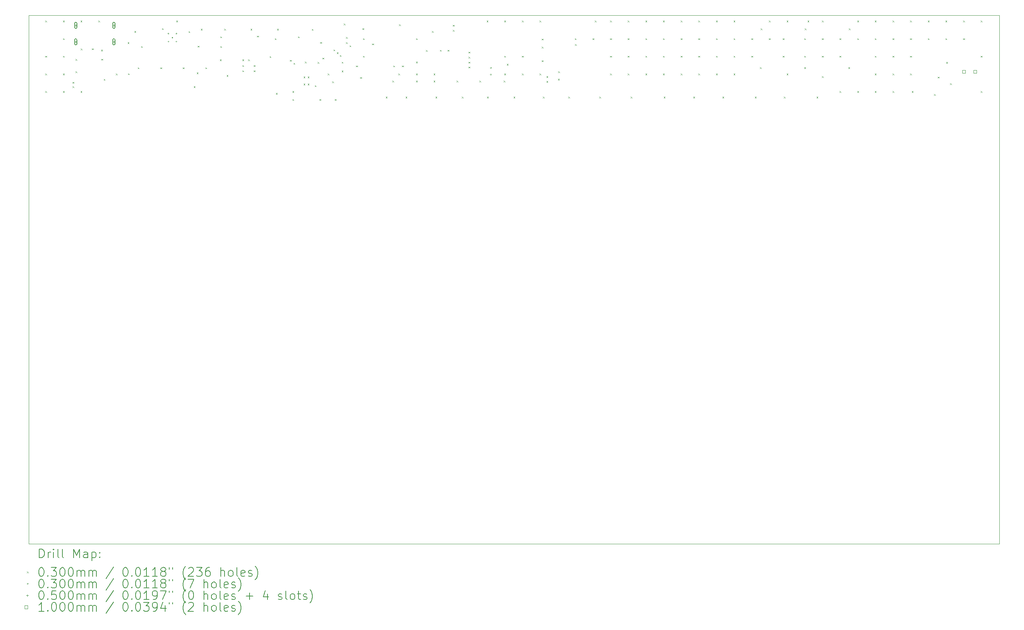
<source format=gbr>
%TF.GenerationSoftware,KiCad,Pcbnew,7.0.1*%
%TF.CreationDate,2023-08-13T09:28:00+02:00*%
%TF.ProjectId,HotPlate,486f7450-6c61-4746-952e-6b696361645f,rev?*%
%TF.SameCoordinates,PX2160ec0PY93d1cc0*%
%TF.FileFunction,Drillmap*%
%TF.FilePolarity,Positive*%
%FSLAX45Y45*%
G04 Gerber Fmt 4.5, Leading zero omitted, Abs format (unit mm)*
G04 Created by KiCad (PCBNEW 7.0.1) date 2023-08-13 09:28:00*
%MOMM*%
%LPD*%
G01*
G04 APERTURE LIST*
%ADD10C,0.100000*%
%ADD11C,0.200000*%
%ADD12C,0.030000*%
%ADD13C,0.050000*%
G04 APERTURE END LIST*
D10*
X0Y12000000D02*
X22000000Y12000000D01*
X22000000Y0D01*
X0Y0D01*
X0Y12000000D01*
D11*
D12*
X380000Y11874750D02*
X410000Y11844750D01*
X410000Y11874750D02*
X380000Y11844750D01*
X380000Y11074750D02*
X410000Y11044750D01*
X410000Y11074750D02*
X380000Y11044750D01*
X380000Y10674750D02*
X410000Y10644750D01*
X410000Y10674750D02*
X380000Y10644750D01*
X380000Y10274750D02*
X410000Y10244750D01*
X410000Y10274750D02*
X380000Y10244750D01*
X780000Y11874750D02*
X810000Y11844750D01*
X810000Y11874750D02*
X780000Y11844750D01*
X780000Y11474750D02*
X810000Y11444750D01*
X810000Y11474750D02*
X780000Y11444750D01*
X780000Y11074750D02*
X810000Y11044750D01*
X810000Y11074750D02*
X780000Y11044750D01*
X780000Y10674750D02*
X810000Y10644750D01*
X810000Y10674750D02*
X780000Y10644750D01*
X780000Y10274750D02*
X810000Y10244750D01*
X810000Y10274750D02*
X780000Y10244750D01*
X995000Y10485000D02*
X1025000Y10455000D01*
X1025000Y10485000D02*
X995000Y10455000D01*
X995000Y10385000D02*
X1025000Y10355000D01*
X1025000Y10385000D02*
X995000Y10355000D01*
X1065000Y11005000D02*
X1095000Y10975000D01*
X1095000Y11005000D02*
X1065000Y10975000D01*
X1065000Y10725000D02*
X1095000Y10695000D01*
X1095000Y10725000D02*
X1065000Y10695000D01*
X1180000Y11874750D02*
X1210000Y11844750D01*
X1210000Y11874750D02*
X1180000Y11844750D01*
X1180000Y10274750D02*
X1210000Y10244750D01*
X1210000Y10274750D02*
X1180000Y10244750D01*
X1185000Y11240000D02*
X1215000Y11210000D01*
X1215000Y11240000D02*
X1185000Y11210000D01*
X1435000Y11245000D02*
X1465000Y11215000D01*
X1465000Y11245000D02*
X1435000Y11215000D01*
X1580000Y11874750D02*
X1610000Y11844750D01*
X1610000Y11874750D02*
X1580000Y11844750D01*
X1645000Y11215000D02*
X1675000Y11185000D01*
X1675000Y11215000D02*
X1645000Y11185000D01*
X1647500Y11007500D02*
X1677500Y10977500D01*
X1677500Y11007500D02*
X1647500Y10977500D01*
X1705000Y10552500D02*
X1735000Y10522500D01*
X1735000Y10552500D02*
X1705000Y10522500D01*
X1980000Y10674750D02*
X2010000Y10644750D01*
X2010000Y10674750D02*
X1980000Y10644750D01*
X2245000Y11385000D02*
X2275000Y11355000D01*
X2275000Y11385000D02*
X2245000Y11355000D01*
X2252500Y10677500D02*
X2282500Y10647500D01*
X2282500Y10677500D02*
X2252500Y10647500D01*
X2398750Y11641250D02*
X2428750Y11611250D01*
X2428750Y11641250D02*
X2398750Y11611250D01*
X2475000Y10815000D02*
X2505000Y10785000D01*
X2505000Y10815000D02*
X2475000Y10785000D01*
X2550000Y11295000D02*
X2580000Y11265000D01*
X2580000Y11295000D02*
X2550000Y11265000D01*
X2985000Y10815000D02*
X3015000Y10785000D01*
X3015000Y10815000D02*
X2985000Y10785000D01*
X3025000Y11702550D02*
X3055000Y11672550D01*
X3055000Y11702550D02*
X3025000Y11672550D01*
X3345000Y11877500D02*
X3375000Y11847500D01*
X3375000Y11877500D02*
X3345000Y11847500D01*
X3495000Y10815000D02*
X3525000Y10785000D01*
X3525000Y10815000D02*
X3495000Y10785000D01*
X3625000Y11635000D02*
X3655000Y11605000D01*
X3655000Y11635000D02*
X3625000Y11605000D01*
X3745000Y10385000D02*
X3775000Y10355000D01*
X3775000Y10385000D02*
X3745000Y10355000D01*
X3810000Y10697500D02*
X3840000Y10667500D01*
X3840000Y10697500D02*
X3810000Y10667500D01*
X3835000Y11305000D02*
X3865000Y11275000D01*
X3865000Y11305000D02*
X3835000Y11275000D01*
X3905692Y11690000D02*
X3935692Y11660000D01*
X3935692Y11690000D02*
X3905692Y11660000D01*
X4005000Y10815000D02*
X4035000Y10785000D01*
X4035000Y10815000D02*
X4005000Y10785000D01*
X4335000Y10995000D02*
X4365000Y10965000D01*
X4365000Y10995000D02*
X4335000Y10965000D01*
X4345000Y11515000D02*
X4375000Y11485000D01*
X4375000Y11515000D02*
X4345000Y11485000D01*
X4345000Y11295000D02*
X4375000Y11265000D01*
X4375000Y11295000D02*
X4345000Y11265000D01*
X4432500Y11690000D02*
X4462500Y11660000D01*
X4462500Y11690000D02*
X4432500Y11660000D01*
X4487500Y10640000D02*
X4517500Y10610000D01*
X4517500Y10640000D02*
X4487500Y10610000D01*
X4845000Y10995000D02*
X4875000Y10965000D01*
X4875000Y10995000D02*
X4845000Y10965000D01*
X4845000Y10865000D02*
X4875000Y10835000D01*
X4875000Y10865000D02*
X4845000Y10835000D01*
X4845000Y10745000D02*
X4875000Y10715000D01*
X4875000Y10745000D02*
X4845000Y10715000D01*
X4975000Y10995000D02*
X5005000Y10965000D01*
X5005000Y10995000D02*
X4975000Y10965000D01*
X5032500Y11690000D02*
X5062500Y11660000D01*
X5062500Y11690000D02*
X5032500Y11660000D01*
X5105000Y10865000D02*
X5135000Y10835000D01*
X5135000Y10865000D02*
X5105000Y10835000D01*
X5105000Y10745000D02*
X5135000Y10715000D01*
X5135000Y10745000D02*
X5105000Y10715000D01*
X5180000Y11535000D02*
X5210000Y11505000D01*
X5210000Y11535000D02*
X5180000Y11505000D01*
X5462500Y11067500D02*
X5492500Y11037500D01*
X5492500Y11067500D02*
X5462500Y11037500D01*
X5580000Y11474750D02*
X5610000Y11444750D01*
X5610000Y11474750D02*
X5580000Y11444750D01*
X5605000Y10235000D02*
X5635000Y10205000D01*
X5635000Y10235000D02*
X5605000Y10205000D01*
X5632500Y11690000D02*
X5662500Y11660000D01*
X5662500Y11690000D02*
X5632500Y11660000D01*
X5922840Y10981821D02*
X5952840Y10951821D01*
X5952840Y10981821D02*
X5922840Y10951821D01*
X5980000Y10274750D02*
X6010000Y10244750D01*
X6010000Y10274750D02*
X5980000Y10244750D01*
X5980000Y10095000D02*
X6010000Y10065000D01*
X6010000Y10095000D02*
X5980000Y10065000D01*
X6005000Y10915000D02*
X6035000Y10885000D01*
X6035000Y10915000D02*
X6005000Y10885000D01*
X6105000Y11515000D02*
X6135000Y11485000D01*
X6135000Y11515000D02*
X6105000Y11485000D01*
X6235000Y10605000D02*
X6265000Y10575000D01*
X6265000Y10605000D02*
X6235000Y10575000D01*
X6235000Y10445000D02*
X6265000Y10415000D01*
X6265000Y10445000D02*
X6235000Y10415000D01*
X6265000Y10945000D02*
X6295000Y10915000D01*
X6295000Y10945000D02*
X6265000Y10915000D01*
X6325000Y10605000D02*
X6355000Y10575000D01*
X6355000Y10605000D02*
X6325000Y10575000D01*
X6325000Y10445000D02*
X6355000Y10415000D01*
X6355000Y10445000D02*
X6325000Y10415000D01*
X6420000Y11685000D02*
X6450000Y11655000D01*
X6450000Y11685000D02*
X6420000Y11655000D01*
X6487500Y10407500D02*
X6517500Y10377500D01*
X6517500Y10407500D02*
X6487500Y10377500D01*
X6550000Y10935000D02*
X6580000Y10905000D01*
X6580000Y10935000D02*
X6550000Y10905000D01*
X6595000Y10095000D02*
X6625000Y10065000D01*
X6625000Y10095000D02*
X6595000Y10065000D01*
X6610000Y11390000D02*
X6640000Y11360000D01*
X6640000Y11390000D02*
X6610000Y11360000D01*
X6660000Y11035000D02*
X6690000Y11005000D01*
X6690000Y11035000D02*
X6660000Y11005000D01*
X6780000Y10674750D02*
X6810000Y10644750D01*
X6810000Y10674750D02*
X6780000Y10644750D01*
X6880000Y10495000D02*
X6910000Y10465000D01*
X6910000Y10495000D02*
X6880000Y10465000D01*
X6910000Y11220000D02*
X6940000Y11190000D01*
X6940000Y11220000D02*
X6910000Y11190000D01*
X6940000Y10095000D02*
X6970000Y10065000D01*
X6970000Y10095000D02*
X6940000Y10065000D01*
X6985000Y11155000D02*
X7015000Y11125000D01*
X7015000Y11155000D02*
X6985000Y11125000D01*
X7055000Y11095000D02*
X7085000Y11065000D01*
X7085000Y11095000D02*
X7055000Y11065000D01*
X7095000Y10940000D02*
X7125000Y10910000D01*
X7125000Y10940000D02*
X7095000Y10910000D01*
X7095000Y10740000D02*
X7125000Y10710000D01*
X7125000Y10740000D02*
X7095000Y10710000D01*
X7145000Y11810000D02*
X7175000Y11780000D01*
X7175000Y11810000D02*
X7145000Y11780000D01*
X7195000Y11505000D02*
X7225000Y11475000D01*
X7225000Y11505000D02*
X7195000Y11475000D01*
X7195000Y11385000D02*
X7225000Y11355000D01*
X7225000Y11385000D02*
X7195000Y11355000D01*
X7275000Y11315000D02*
X7305000Y11285000D01*
X7305000Y11315000D02*
X7275000Y11285000D01*
X7425000Y10855000D02*
X7455000Y10825000D01*
X7455000Y10855000D02*
X7425000Y10825000D01*
X7515000Y10595000D02*
X7545000Y10565000D01*
X7545000Y10595000D02*
X7515000Y10565000D01*
X7565880Y11701700D02*
X7595880Y11671700D01*
X7595880Y11701700D02*
X7565880Y11671700D01*
X7580000Y11474750D02*
X7610000Y11444750D01*
X7610000Y11474750D02*
X7580000Y11444750D01*
X7580000Y11074750D02*
X7610000Y11044750D01*
X7610000Y11074750D02*
X7580000Y11044750D01*
X7785000Y11355000D02*
X7815000Y11325000D01*
X7815000Y11355000D02*
X7785000Y11325000D01*
X8097500Y10150000D02*
X8127500Y10120000D01*
X8127500Y10150000D02*
X8097500Y10120000D01*
X8245000Y10512500D02*
X8275000Y10482500D01*
X8275000Y10512500D02*
X8245000Y10482500D01*
X8265000Y10855000D02*
X8295000Y10825000D01*
X8295000Y10855000D02*
X8265000Y10825000D01*
X8380000Y10674750D02*
X8410000Y10644750D01*
X8410000Y10674750D02*
X8380000Y10644750D01*
X8395000Y11790000D02*
X8425000Y11760000D01*
X8425000Y11790000D02*
X8395000Y11760000D01*
X8465000Y10855000D02*
X8495000Y10825000D01*
X8495000Y10855000D02*
X8465000Y10825000D01*
X8545000Y10150000D02*
X8575000Y10120000D01*
X8575000Y10150000D02*
X8545000Y10120000D01*
X8780000Y11474750D02*
X8810000Y11444750D01*
X8810000Y11474750D02*
X8780000Y11444750D01*
X8780000Y10945000D02*
X8810000Y10915000D01*
X8810000Y10945000D02*
X8780000Y10915000D01*
X8780000Y10674750D02*
X8810000Y10644750D01*
X8810000Y10674750D02*
X8780000Y10644750D01*
X8780000Y10512500D02*
X8810000Y10482500D01*
X8810000Y10512500D02*
X8780000Y10482500D01*
X9005000Y11207500D02*
X9035000Y11177500D01*
X9035000Y11207500D02*
X9005000Y11177500D01*
X9143495Y11637871D02*
X9173495Y11607871D01*
X9173495Y11637871D02*
X9143495Y11607871D01*
X9180000Y10674750D02*
X9210000Y10644750D01*
X9210000Y10674750D02*
X9180000Y10644750D01*
X9180000Y10512500D02*
X9210000Y10482500D01*
X9210000Y10512500D02*
X9180000Y10482500D01*
X9220000Y10150000D02*
X9250000Y10120000D01*
X9250000Y10150000D02*
X9220000Y10120000D01*
X9325000Y11210000D02*
X9355000Y11180000D01*
X9355000Y11210000D02*
X9325000Y11180000D01*
X9495000Y11210000D02*
X9525000Y11180000D01*
X9525000Y11210000D02*
X9495000Y11180000D01*
X9615000Y11780000D02*
X9645000Y11750000D01*
X9645000Y11780000D02*
X9615000Y11750000D01*
X9615000Y11665000D02*
X9645000Y11635000D01*
X9645000Y11665000D02*
X9615000Y11635000D01*
X9702500Y10512500D02*
X9732500Y10482500D01*
X9732500Y10512500D02*
X9702500Y10482500D01*
X9820000Y10150000D02*
X9850000Y10120000D01*
X9850000Y10150000D02*
X9820000Y10120000D01*
X9970000Y11170000D02*
X10000000Y11140000D01*
X10000000Y11170000D02*
X9970000Y11140000D01*
X9970000Y11055000D02*
X10000000Y11025000D01*
X10000000Y11055000D02*
X9970000Y11025000D01*
X9970000Y10940000D02*
X10000000Y10910000D01*
X10000000Y10940000D02*
X9970000Y10910000D01*
X9970000Y10830000D02*
X10000000Y10800000D01*
X10000000Y10830000D02*
X9970000Y10800000D01*
X10217500Y10512500D02*
X10247500Y10482500D01*
X10247500Y10512500D02*
X10217500Y10482500D01*
X10380000Y11874750D02*
X10410000Y11844750D01*
X10410000Y11874750D02*
X10380000Y11844750D01*
X10390000Y10150000D02*
X10420000Y10120000D01*
X10420000Y10150000D02*
X10390000Y10120000D01*
X10767500Y10512500D02*
X10797500Y10482500D01*
X10797500Y10512500D02*
X10767500Y10482500D01*
X10780000Y11874750D02*
X10810000Y11844750D01*
X10810000Y11874750D02*
X10780000Y11844750D01*
X10780000Y11074750D02*
X10810000Y11044750D01*
X10810000Y11074750D02*
X10780000Y11044750D01*
X10780000Y10674750D02*
X10810000Y10644750D01*
X10810000Y10674750D02*
X10780000Y10644750D01*
X10837396Y10893000D02*
X10867396Y10863000D01*
X10867396Y10893000D02*
X10837396Y10863000D01*
X10990000Y10150000D02*
X11020000Y10120000D01*
X11020000Y10150000D02*
X10990000Y10120000D01*
X11180000Y11874750D02*
X11210000Y11844750D01*
X11210000Y11874750D02*
X11180000Y11844750D01*
X11180000Y11074750D02*
X11210000Y11044750D01*
X11210000Y11074750D02*
X11180000Y11044750D01*
X11180000Y10674750D02*
X11210000Y10644750D01*
X11210000Y10674750D02*
X11180000Y10644750D01*
X11580000Y11874750D02*
X11610000Y11844750D01*
X11610000Y11874750D02*
X11580000Y11844750D01*
X11580000Y10674750D02*
X11610000Y10644750D01*
X11610000Y10674750D02*
X11580000Y10644750D01*
X11630000Y11465000D02*
X11660000Y11435000D01*
X11660000Y11465000D02*
X11630000Y11435000D01*
X11630000Y11285000D02*
X11660000Y11255000D01*
X11660000Y11285000D02*
X11630000Y11255000D01*
X11630000Y10975000D02*
X11660000Y10945000D01*
X11660000Y10975000D02*
X11630000Y10945000D01*
X11654699Y10150000D02*
X11684699Y10120000D01*
X11684699Y10150000D02*
X11654699Y10120000D01*
X11735000Y10615000D02*
X11765000Y10585000D01*
X11765000Y10615000D02*
X11735000Y10585000D01*
X11735000Y10505000D02*
X11765000Y10475000D01*
X11765000Y10505000D02*
X11735000Y10475000D01*
X12000000Y10555000D02*
X12030000Y10525000D01*
X12030000Y10555000D02*
X12000000Y10525000D01*
X12001793Y10724769D02*
X12031793Y10694769D01*
X12031793Y10724769D02*
X12001793Y10694769D01*
X12232500Y10150000D02*
X12262500Y10120000D01*
X12262500Y10150000D02*
X12232500Y10120000D01*
X12380000Y11474750D02*
X12410000Y11444750D01*
X12410000Y11474750D02*
X12380000Y11444750D01*
X12385000Y11345000D02*
X12415000Y11315000D01*
X12415000Y11345000D02*
X12385000Y11315000D01*
X12780000Y11474750D02*
X12810000Y11444750D01*
X12810000Y11474750D02*
X12780000Y11444750D01*
X12835000Y11875000D02*
X12865000Y11845000D01*
X12865000Y11875000D02*
X12835000Y11845000D01*
X12935000Y10150000D02*
X12965000Y10120000D01*
X12965000Y10150000D02*
X12935000Y10120000D01*
X13180000Y11874750D02*
X13210000Y11844750D01*
X13210000Y11874750D02*
X13180000Y11844750D01*
X13180000Y11474750D02*
X13210000Y11444750D01*
X13210000Y11474750D02*
X13180000Y11444750D01*
X13180000Y11074750D02*
X13210000Y11044750D01*
X13210000Y11074750D02*
X13180000Y11044750D01*
X13180000Y10674750D02*
X13210000Y10644750D01*
X13210000Y10674750D02*
X13180000Y10644750D01*
X13580000Y11874750D02*
X13610000Y11844750D01*
X13610000Y11874750D02*
X13580000Y11844750D01*
X13580000Y11474750D02*
X13610000Y11444750D01*
X13610000Y11474750D02*
X13580000Y11444750D01*
X13580000Y11074750D02*
X13610000Y11044750D01*
X13610000Y11074750D02*
X13580000Y11044750D01*
X13580000Y10674750D02*
X13610000Y10644750D01*
X13610000Y10674750D02*
X13580000Y10644750D01*
X13645000Y10150000D02*
X13675000Y10120000D01*
X13675000Y10150000D02*
X13645000Y10120000D01*
X13980000Y11874750D02*
X14010000Y11844750D01*
X14010000Y11874750D02*
X13980000Y11844750D01*
X13980000Y11474750D02*
X14010000Y11444750D01*
X14010000Y11474750D02*
X13980000Y11444750D01*
X13980000Y11074750D02*
X14010000Y11044750D01*
X14010000Y11074750D02*
X13980000Y11044750D01*
X13980000Y10674750D02*
X14010000Y10644750D01*
X14010000Y10674750D02*
X13980000Y10644750D01*
X14380000Y11874750D02*
X14410000Y11844750D01*
X14410000Y11874750D02*
X14380000Y11844750D01*
X14380000Y11474750D02*
X14410000Y11444750D01*
X14410000Y11474750D02*
X14380000Y11444750D01*
X14380000Y11074750D02*
X14410000Y11044750D01*
X14410000Y11074750D02*
X14380000Y11044750D01*
X14380000Y10674750D02*
X14410000Y10644750D01*
X14410000Y10674750D02*
X14380000Y10644750D01*
X14395000Y10150000D02*
X14425000Y10120000D01*
X14425000Y10150000D02*
X14395000Y10120000D01*
X14780000Y11874750D02*
X14810000Y11844750D01*
X14810000Y11874750D02*
X14780000Y11844750D01*
X14780000Y11474750D02*
X14810000Y11444750D01*
X14810000Y11474750D02*
X14780000Y11444750D01*
X14780000Y11074750D02*
X14810000Y11044750D01*
X14810000Y11074750D02*
X14780000Y11044750D01*
X14780000Y10674750D02*
X14810000Y10644750D01*
X14810000Y10674750D02*
X14780000Y10644750D01*
X15062500Y10150000D02*
X15092500Y10120000D01*
X15092500Y10150000D02*
X15062500Y10120000D01*
X15180000Y11874750D02*
X15210000Y11844750D01*
X15210000Y11874750D02*
X15180000Y11844750D01*
X15180000Y11474750D02*
X15210000Y11444750D01*
X15210000Y11474750D02*
X15180000Y11444750D01*
X15180000Y11074750D02*
X15210000Y11044750D01*
X15210000Y11074750D02*
X15180000Y11044750D01*
X15180000Y10674750D02*
X15210000Y10644750D01*
X15210000Y10674750D02*
X15180000Y10644750D01*
X15580000Y11874750D02*
X15610000Y11844750D01*
X15610000Y11874750D02*
X15580000Y11844750D01*
X15580000Y11474750D02*
X15610000Y11444750D01*
X15610000Y11474750D02*
X15580000Y11444750D01*
X15580000Y11074750D02*
X15610000Y11044750D01*
X15610000Y11074750D02*
X15580000Y11044750D01*
X15580000Y10674750D02*
X15610000Y10644750D01*
X15610000Y10674750D02*
X15580000Y10644750D01*
X15725000Y10150000D02*
X15755000Y10120000D01*
X15755000Y10150000D02*
X15725000Y10120000D01*
X15980000Y11874750D02*
X16010000Y11844750D01*
X16010000Y11874750D02*
X15980000Y11844750D01*
X15980000Y11474750D02*
X16010000Y11444750D01*
X16010000Y11474750D02*
X15980000Y11444750D01*
X15980000Y11074750D02*
X16010000Y11044750D01*
X16010000Y11074750D02*
X15980000Y11044750D01*
X15980000Y10674750D02*
X16010000Y10644750D01*
X16010000Y10674750D02*
X15980000Y10644750D01*
X16380000Y11474750D02*
X16410000Y11444750D01*
X16410000Y11474750D02*
X16380000Y11444750D01*
X16380000Y11074750D02*
X16410000Y11044750D01*
X16410000Y11074750D02*
X16380000Y11044750D01*
X16460000Y10150000D02*
X16490000Y10120000D01*
X16490000Y10150000D02*
X16460000Y10120000D01*
X16574658Y10817976D02*
X16604658Y10787976D01*
X16604658Y10817976D02*
X16574658Y10787976D01*
X16590000Y11700000D02*
X16620000Y11670000D01*
X16620000Y11700000D02*
X16590000Y11670000D01*
X16780000Y11874750D02*
X16810000Y11844750D01*
X16810000Y11874750D02*
X16780000Y11844750D01*
X16780000Y11474750D02*
X16810000Y11444750D01*
X16810000Y11474750D02*
X16780000Y11444750D01*
X17090000Y11475000D02*
X17120000Y11445000D01*
X17120000Y11475000D02*
X17090000Y11445000D01*
X17090000Y11075000D02*
X17120000Y11045000D01*
X17120000Y11075000D02*
X17090000Y11045000D01*
X17115000Y10150000D02*
X17145000Y10120000D01*
X17145000Y10150000D02*
X17115000Y10120000D01*
X17180000Y11874750D02*
X17210000Y11844750D01*
X17210000Y11874750D02*
X17180000Y11844750D01*
X17180000Y10674750D02*
X17210000Y10644750D01*
X17210000Y10674750D02*
X17180000Y10644750D01*
X17577518Y10818553D02*
X17607518Y10788553D01*
X17607518Y10818553D02*
X17577518Y10788553D01*
X17580000Y11474750D02*
X17610000Y11444750D01*
X17610000Y11474750D02*
X17580000Y11444750D01*
X17580000Y11074750D02*
X17610000Y11044750D01*
X17610000Y11074750D02*
X17580000Y11044750D01*
X17590000Y11700000D02*
X17620000Y11670000D01*
X17620000Y11700000D02*
X17590000Y11670000D01*
X17655000Y11875000D02*
X17685000Y11845000D01*
X17685000Y11875000D02*
X17655000Y11845000D01*
X17857500Y10150000D02*
X17887500Y10120000D01*
X17887500Y10150000D02*
X17857500Y10120000D01*
X17980000Y11874750D02*
X18010000Y11844750D01*
X18010000Y11874750D02*
X17980000Y11844750D01*
X17980000Y11474750D02*
X18010000Y11444750D01*
X18010000Y11474750D02*
X17980000Y11444750D01*
X17980000Y11074750D02*
X18010000Y11044750D01*
X18010000Y11074750D02*
X17980000Y11044750D01*
X17980000Y10615000D02*
X18010000Y10585000D01*
X18010000Y10615000D02*
X17980000Y10585000D01*
X18380000Y11474750D02*
X18410000Y11444750D01*
X18410000Y11474750D02*
X18380000Y11444750D01*
X18380000Y11074750D02*
X18410000Y11044750D01*
X18410000Y11074750D02*
X18380000Y11044750D01*
X18380000Y10274750D02*
X18410000Y10244750D01*
X18410000Y10274750D02*
X18380000Y10244750D01*
X18576847Y10818087D02*
X18606847Y10788087D01*
X18606847Y10818087D02*
X18576847Y10788087D01*
X18590000Y11700000D02*
X18620000Y11670000D01*
X18620000Y11700000D02*
X18590000Y11670000D01*
X18780000Y11874750D02*
X18810000Y11844750D01*
X18810000Y11874750D02*
X18780000Y11844750D01*
X18780000Y11474750D02*
X18810000Y11444750D01*
X18810000Y11474750D02*
X18780000Y11444750D01*
X18780000Y10274750D02*
X18810000Y10244750D01*
X18810000Y10274750D02*
X18780000Y10244750D01*
X19180000Y11874750D02*
X19210000Y11844750D01*
X19210000Y11874750D02*
X19180000Y11844750D01*
X19180000Y11474750D02*
X19210000Y11444750D01*
X19210000Y11474750D02*
X19180000Y11444750D01*
X19180000Y11074750D02*
X19210000Y11044750D01*
X19210000Y11074750D02*
X19180000Y11044750D01*
X19180000Y10674750D02*
X19210000Y10644750D01*
X19210000Y10674750D02*
X19180000Y10644750D01*
X19180000Y10274750D02*
X19210000Y10244750D01*
X19210000Y10274750D02*
X19180000Y10244750D01*
X19580000Y11874750D02*
X19610000Y11844750D01*
X19610000Y11874750D02*
X19580000Y11844750D01*
X19580000Y11474750D02*
X19610000Y11444750D01*
X19610000Y11474750D02*
X19580000Y11444750D01*
X19580000Y11074750D02*
X19610000Y11044750D01*
X19610000Y11074750D02*
X19580000Y11044750D01*
X19580000Y10674750D02*
X19610000Y10644750D01*
X19610000Y10674750D02*
X19580000Y10644750D01*
X19580000Y10274750D02*
X19610000Y10244750D01*
X19610000Y10274750D02*
X19580000Y10244750D01*
X19980000Y11874750D02*
X20010000Y11844750D01*
X20010000Y11874750D02*
X19980000Y11844750D01*
X19980000Y11474750D02*
X20010000Y11444750D01*
X20010000Y11474750D02*
X19980000Y11444750D01*
X19980000Y11074750D02*
X20010000Y11044750D01*
X20010000Y11074750D02*
X19980000Y11044750D01*
X19980000Y10675000D02*
X20010000Y10645000D01*
X20010000Y10675000D02*
X19980000Y10645000D01*
X20015000Y10275000D02*
X20045000Y10245000D01*
X20045000Y10275000D02*
X20015000Y10245000D01*
X20380000Y11874750D02*
X20410000Y11844750D01*
X20410000Y11874750D02*
X20380000Y11844750D01*
X20380000Y11474750D02*
X20410000Y11444750D01*
X20410000Y11474750D02*
X20380000Y11444750D01*
X20519502Y10206211D02*
X20549502Y10176211D01*
X20549502Y10206211D02*
X20519502Y10176211D01*
X20604597Y10601990D02*
X20634597Y10571990D01*
X20634597Y10601990D02*
X20604597Y10571990D01*
X20780000Y11874750D02*
X20810000Y11844750D01*
X20810000Y11874750D02*
X20780000Y11844750D01*
X20780000Y11474750D02*
X20810000Y11444750D01*
X20810000Y11474750D02*
X20780000Y11444750D01*
X20795000Y10935000D02*
X20825000Y10905000D01*
X20825000Y10935000D02*
X20795000Y10905000D01*
X20885000Y10455272D02*
X20915000Y10425272D01*
X20915000Y10455272D02*
X20885000Y10425272D01*
X21180000Y11874750D02*
X21210000Y11844750D01*
X21210000Y11874750D02*
X21180000Y11844750D01*
X21180000Y11474750D02*
X21210000Y11444750D01*
X21210000Y11474750D02*
X21180000Y11444750D01*
X21580000Y11874750D02*
X21610000Y11844750D01*
X21610000Y11874750D02*
X21580000Y11844750D01*
X21580000Y11074750D02*
X21610000Y11044750D01*
X21610000Y11074750D02*
X21580000Y11044750D01*
X21580000Y10274750D02*
X21610000Y10244750D01*
X21610000Y10274750D02*
X21580000Y10244750D01*
X3185000Y11580000D02*
G75*
G03*
X3185000Y11580000I-15000J0D01*
G01*
X3185000Y11400000D02*
G75*
G03*
X3185000Y11400000I-15000J0D01*
G01*
X3275000Y11490000D02*
G75*
G03*
X3275000Y11490000I-15000J0D01*
G01*
X3365000Y11580000D02*
G75*
G03*
X3365000Y11580000I-15000J0D01*
G01*
X3365000Y11400000D02*
G75*
G03*
X3365000Y11400000I-15000J0D01*
G01*
X10493816Y10800000D02*
G75*
G03*
X10493816Y10800000I-15000J0D01*
G01*
X10493816Y10650000D02*
G75*
G03*
X10493816Y10650000I-15000J0D01*
G01*
D13*
X1068000Y11794000D02*
X1068000Y11744000D01*
X1043000Y11769000D02*
X1093000Y11769000D01*
D11*
X1093000Y11724000D02*
X1093000Y11814000D01*
X1093000Y11814000D02*
G75*
G03*
X1043000Y11814000I-25000J0D01*
G01*
X1043000Y11814000D02*
X1043000Y11724000D01*
X1043000Y11724000D02*
G75*
G03*
X1093000Y11724000I25000J0D01*
G01*
D13*
X1068000Y11419000D02*
X1068000Y11369000D01*
X1043000Y11394000D02*
X1093000Y11394000D01*
D11*
X1093000Y11349000D02*
X1093000Y11439000D01*
X1093000Y11439000D02*
G75*
G03*
X1043000Y11439000I-25000J0D01*
G01*
X1043000Y11439000D02*
X1043000Y11349000D01*
X1043000Y11349000D02*
G75*
G03*
X1093000Y11349000I25000J0D01*
G01*
D13*
X1932000Y11794000D02*
X1932000Y11744000D01*
X1907000Y11769000D02*
X1957000Y11769000D01*
D11*
X1957000Y11724000D02*
X1957000Y11814000D01*
X1957000Y11814000D02*
G75*
G03*
X1907000Y11814000I-25000J0D01*
G01*
X1907000Y11814000D02*
X1907000Y11724000D01*
X1907000Y11724000D02*
G75*
G03*
X1957000Y11724000I25000J0D01*
G01*
D13*
X1932000Y11419000D02*
X1932000Y11369000D01*
X1907000Y11394000D02*
X1957000Y11394000D01*
D11*
X1957000Y11349000D02*
X1957000Y11439000D01*
X1957000Y11439000D02*
G75*
G03*
X1907000Y11439000I-25000J0D01*
G01*
X1907000Y11439000D02*
X1907000Y11349000D01*
X1907000Y11349000D02*
G75*
G03*
X1957000Y11349000I25000J0D01*
G01*
D10*
X21228856Y10684644D02*
X21228856Y10755356D01*
X21158144Y10755356D01*
X21158144Y10684644D01*
X21228856Y10684644D01*
X21482856Y10684644D02*
X21482856Y10755356D01*
X21412144Y10755356D01*
X21412144Y10684644D01*
X21482856Y10684644D01*
D11*
X242619Y-317524D02*
X242619Y-117524D01*
X242619Y-117524D02*
X290238Y-117524D01*
X290238Y-117524D02*
X318810Y-127048D01*
X318810Y-127048D02*
X337857Y-146095D01*
X337857Y-146095D02*
X347381Y-165143D01*
X347381Y-165143D02*
X356905Y-203238D01*
X356905Y-203238D02*
X356905Y-231809D01*
X356905Y-231809D02*
X347381Y-269905D01*
X347381Y-269905D02*
X337857Y-288952D01*
X337857Y-288952D02*
X318810Y-308000D01*
X318810Y-308000D02*
X290238Y-317524D01*
X290238Y-317524D02*
X242619Y-317524D01*
X442619Y-317524D02*
X442619Y-184190D01*
X442619Y-222286D02*
X452143Y-203238D01*
X452143Y-203238D02*
X461667Y-193714D01*
X461667Y-193714D02*
X480714Y-184190D01*
X480714Y-184190D02*
X499762Y-184190D01*
X566429Y-317524D02*
X566429Y-184190D01*
X566429Y-117524D02*
X556905Y-127048D01*
X556905Y-127048D02*
X566429Y-136571D01*
X566429Y-136571D02*
X575952Y-127048D01*
X575952Y-127048D02*
X566429Y-117524D01*
X566429Y-117524D02*
X566429Y-136571D01*
X690238Y-317524D02*
X671190Y-308000D01*
X671190Y-308000D02*
X661667Y-288952D01*
X661667Y-288952D02*
X661667Y-117524D01*
X795000Y-317524D02*
X775952Y-308000D01*
X775952Y-308000D02*
X766428Y-288952D01*
X766428Y-288952D02*
X766428Y-117524D01*
X1023571Y-317524D02*
X1023571Y-117524D01*
X1023571Y-117524D02*
X1090238Y-260381D01*
X1090238Y-260381D02*
X1156905Y-117524D01*
X1156905Y-117524D02*
X1156905Y-317524D01*
X1337857Y-317524D02*
X1337857Y-212762D01*
X1337857Y-212762D02*
X1328333Y-193714D01*
X1328333Y-193714D02*
X1309286Y-184190D01*
X1309286Y-184190D02*
X1271190Y-184190D01*
X1271190Y-184190D02*
X1252143Y-193714D01*
X1337857Y-308000D02*
X1318810Y-317524D01*
X1318810Y-317524D02*
X1271190Y-317524D01*
X1271190Y-317524D02*
X1252143Y-308000D01*
X1252143Y-308000D02*
X1242619Y-288952D01*
X1242619Y-288952D02*
X1242619Y-269905D01*
X1242619Y-269905D02*
X1252143Y-250857D01*
X1252143Y-250857D02*
X1271190Y-241333D01*
X1271190Y-241333D02*
X1318810Y-241333D01*
X1318810Y-241333D02*
X1337857Y-231809D01*
X1433095Y-184190D02*
X1433095Y-384190D01*
X1433095Y-193714D02*
X1452143Y-184190D01*
X1452143Y-184190D02*
X1490238Y-184190D01*
X1490238Y-184190D02*
X1509286Y-193714D01*
X1509286Y-193714D02*
X1518809Y-203238D01*
X1518809Y-203238D02*
X1528333Y-222286D01*
X1528333Y-222286D02*
X1528333Y-279429D01*
X1528333Y-279429D02*
X1518809Y-298476D01*
X1518809Y-298476D02*
X1509286Y-308000D01*
X1509286Y-308000D02*
X1490238Y-317524D01*
X1490238Y-317524D02*
X1452143Y-317524D01*
X1452143Y-317524D02*
X1433095Y-308000D01*
X1614048Y-298476D02*
X1623571Y-308000D01*
X1623571Y-308000D02*
X1614048Y-317524D01*
X1614048Y-317524D02*
X1604524Y-308000D01*
X1604524Y-308000D02*
X1614048Y-298476D01*
X1614048Y-298476D02*
X1614048Y-317524D01*
X1614048Y-193714D02*
X1623571Y-203238D01*
X1623571Y-203238D02*
X1614048Y-212762D01*
X1614048Y-212762D02*
X1604524Y-203238D01*
X1604524Y-203238D02*
X1614048Y-193714D01*
X1614048Y-193714D02*
X1614048Y-212762D01*
D12*
X-35000Y-630000D02*
X-5000Y-660000D01*
X-5000Y-630000D02*
X-35000Y-660000D01*
D11*
X280714Y-537524D02*
X299762Y-537524D01*
X299762Y-537524D02*
X318810Y-547048D01*
X318810Y-547048D02*
X328333Y-556571D01*
X328333Y-556571D02*
X337857Y-575619D01*
X337857Y-575619D02*
X347381Y-613714D01*
X347381Y-613714D02*
X347381Y-661333D01*
X347381Y-661333D02*
X337857Y-699428D01*
X337857Y-699428D02*
X328333Y-718476D01*
X328333Y-718476D02*
X318810Y-728000D01*
X318810Y-728000D02*
X299762Y-737524D01*
X299762Y-737524D02*
X280714Y-737524D01*
X280714Y-737524D02*
X261667Y-728000D01*
X261667Y-728000D02*
X252143Y-718476D01*
X252143Y-718476D02*
X242619Y-699428D01*
X242619Y-699428D02*
X233095Y-661333D01*
X233095Y-661333D02*
X233095Y-613714D01*
X233095Y-613714D02*
X242619Y-575619D01*
X242619Y-575619D02*
X252143Y-556571D01*
X252143Y-556571D02*
X261667Y-547048D01*
X261667Y-547048D02*
X280714Y-537524D01*
X433095Y-718476D02*
X442619Y-728000D01*
X442619Y-728000D02*
X433095Y-737524D01*
X433095Y-737524D02*
X423571Y-728000D01*
X423571Y-728000D02*
X433095Y-718476D01*
X433095Y-718476D02*
X433095Y-737524D01*
X509286Y-537524D02*
X633095Y-537524D01*
X633095Y-537524D02*
X566429Y-613714D01*
X566429Y-613714D02*
X595000Y-613714D01*
X595000Y-613714D02*
X614048Y-623238D01*
X614048Y-623238D02*
X623571Y-632762D01*
X623571Y-632762D02*
X633095Y-651810D01*
X633095Y-651810D02*
X633095Y-699428D01*
X633095Y-699428D02*
X623571Y-718476D01*
X623571Y-718476D02*
X614048Y-728000D01*
X614048Y-728000D02*
X595000Y-737524D01*
X595000Y-737524D02*
X537857Y-737524D01*
X537857Y-737524D02*
X518809Y-728000D01*
X518809Y-728000D02*
X509286Y-718476D01*
X756905Y-537524D02*
X775952Y-537524D01*
X775952Y-537524D02*
X795000Y-547048D01*
X795000Y-547048D02*
X804524Y-556571D01*
X804524Y-556571D02*
X814048Y-575619D01*
X814048Y-575619D02*
X823571Y-613714D01*
X823571Y-613714D02*
X823571Y-661333D01*
X823571Y-661333D02*
X814048Y-699428D01*
X814048Y-699428D02*
X804524Y-718476D01*
X804524Y-718476D02*
X795000Y-728000D01*
X795000Y-728000D02*
X775952Y-737524D01*
X775952Y-737524D02*
X756905Y-737524D01*
X756905Y-737524D02*
X737857Y-728000D01*
X737857Y-728000D02*
X728333Y-718476D01*
X728333Y-718476D02*
X718809Y-699428D01*
X718809Y-699428D02*
X709286Y-661333D01*
X709286Y-661333D02*
X709286Y-613714D01*
X709286Y-613714D02*
X718809Y-575619D01*
X718809Y-575619D02*
X728333Y-556571D01*
X728333Y-556571D02*
X737857Y-547048D01*
X737857Y-547048D02*
X756905Y-537524D01*
X947381Y-537524D02*
X966429Y-537524D01*
X966429Y-537524D02*
X985476Y-547048D01*
X985476Y-547048D02*
X995000Y-556571D01*
X995000Y-556571D02*
X1004524Y-575619D01*
X1004524Y-575619D02*
X1014048Y-613714D01*
X1014048Y-613714D02*
X1014048Y-661333D01*
X1014048Y-661333D02*
X1004524Y-699428D01*
X1004524Y-699428D02*
X995000Y-718476D01*
X995000Y-718476D02*
X985476Y-728000D01*
X985476Y-728000D02*
X966429Y-737524D01*
X966429Y-737524D02*
X947381Y-737524D01*
X947381Y-737524D02*
X928333Y-728000D01*
X928333Y-728000D02*
X918809Y-718476D01*
X918809Y-718476D02*
X909286Y-699428D01*
X909286Y-699428D02*
X899762Y-661333D01*
X899762Y-661333D02*
X899762Y-613714D01*
X899762Y-613714D02*
X909286Y-575619D01*
X909286Y-575619D02*
X918809Y-556571D01*
X918809Y-556571D02*
X928333Y-547048D01*
X928333Y-547048D02*
X947381Y-537524D01*
X1099762Y-737524D02*
X1099762Y-604190D01*
X1099762Y-623238D02*
X1109286Y-613714D01*
X1109286Y-613714D02*
X1128333Y-604190D01*
X1128333Y-604190D02*
X1156905Y-604190D01*
X1156905Y-604190D02*
X1175952Y-613714D01*
X1175952Y-613714D02*
X1185476Y-632762D01*
X1185476Y-632762D02*
X1185476Y-737524D01*
X1185476Y-632762D02*
X1195000Y-613714D01*
X1195000Y-613714D02*
X1214048Y-604190D01*
X1214048Y-604190D02*
X1242619Y-604190D01*
X1242619Y-604190D02*
X1261667Y-613714D01*
X1261667Y-613714D02*
X1271191Y-632762D01*
X1271191Y-632762D02*
X1271191Y-737524D01*
X1366429Y-737524D02*
X1366429Y-604190D01*
X1366429Y-623238D02*
X1375952Y-613714D01*
X1375952Y-613714D02*
X1395000Y-604190D01*
X1395000Y-604190D02*
X1423571Y-604190D01*
X1423571Y-604190D02*
X1442619Y-613714D01*
X1442619Y-613714D02*
X1452143Y-632762D01*
X1452143Y-632762D02*
X1452143Y-737524D01*
X1452143Y-632762D02*
X1461667Y-613714D01*
X1461667Y-613714D02*
X1480714Y-604190D01*
X1480714Y-604190D02*
X1509286Y-604190D01*
X1509286Y-604190D02*
X1528333Y-613714D01*
X1528333Y-613714D02*
X1537857Y-632762D01*
X1537857Y-632762D02*
X1537857Y-737524D01*
X1928333Y-528000D02*
X1756905Y-785143D01*
X2185476Y-537524D02*
X2204524Y-537524D01*
X2204524Y-537524D02*
X2223572Y-547048D01*
X2223572Y-547048D02*
X2233095Y-556571D01*
X2233095Y-556571D02*
X2242619Y-575619D01*
X2242619Y-575619D02*
X2252143Y-613714D01*
X2252143Y-613714D02*
X2252143Y-661333D01*
X2252143Y-661333D02*
X2242619Y-699428D01*
X2242619Y-699428D02*
X2233095Y-718476D01*
X2233095Y-718476D02*
X2223572Y-728000D01*
X2223572Y-728000D02*
X2204524Y-737524D01*
X2204524Y-737524D02*
X2185476Y-737524D01*
X2185476Y-737524D02*
X2166429Y-728000D01*
X2166429Y-728000D02*
X2156905Y-718476D01*
X2156905Y-718476D02*
X2147381Y-699428D01*
X2147381Y-699428D02*
X2137857Y-661333D01*
X2137857Y-661333D02*
X2137857Y-613714D01*
X2137857Y-613714D02*
X2147381Y-575619D01*
X2147381Y-575619D02*
X2156905Y-556571D01*
X2156905Y-556571D02*
X2166429Y-547048D01*
X2166429Y-547048D02*
X2185476Y-537524D01*
X2337857Y-718476D02*
X2347381Y-728000D01*
X2347381Y-728000D02*
X2337857Y-737524D01*
X2337857Y-737524D02*
X2328334Y-728000D01*
X2328334Y-728000D02*
X2337857Y-718476D01*
X2337857Y-718476D02*
X2337857Y-737524D01*
X2471191Y-537524D02*
X2490238Y-537524D01*
X2490238Y-537524D02*
X2509286Y-547048D01*
X2509286Y-547048D02*
X2518810Y-556571D01*
X2518810Y-556571D02*
X2528334Y-575619D01*
X2528334Y-575619D02*
X2537857Y-613714D01*
X2537857Y-613714D02*
X2537857Y-661333D01*
X2537857Y-661333D02*
X2528334Y-699428D01*
X2528334Y-699428D02*
X2518810Y-718476D01*
X2518810Y-718476D02*
X2509286Y-728000D01*
X2509286Y-728000D02*
X2490238Y-737524D01*
X2490238Y-737524D02*
X2471191Y-737524D01*
X2471191Y-737524D02*
X2452143Y-728000D01*
X2452143Y-728000D02*
X2442619Y-718476D01*
X2442619Y-718476D02*
X2433095Y-699428D01*
X2433095Y-699428D02*
X2423572Y-661333D01*
X2423572Y-661333D02*
X2423572Y-613714D01*
X2423572Y-613714D02*
X2433095Y-575619D01*
X2433095Y-575619D02*
X2442619Y-556571D01*
X2442619Y-556571D02*
X2452143Y-547048D01*
X2452143Y-547048D02*
X2471191Y-537524D01*
X2728334Y-737524D02*
X2614048Y-737524D01*
X2671191Y-737524D02*
X2671191Y-537524D01*
X2671191Y-537524D02*
X2652143Y-566095D01*
X2652143Y-566095D02*
X2633095Y-585143D01*
X2633095Y-585143D02*
X2614048Y-594667D01*
X2918810Y-737524D02*
X2804524Y-737524D01*
X2861667Y-737524D02*
X2861667Y-537524D01*
X2861667Y-537524D02*
X2842619Y-566095D01*
X2842619Y-566095D02*
X2823572Y-585143D01*
X2823572Y-585143D02*
X2804524Y-594667D01*
X3033095Y-623238D02*
X3014048Y-613714D01*
X3014048Y-613714D02*
X3004524Y-604190D01*
X3004524Y-604190D02*
X2995000Y-585143D01*
X2995000Y-585143D02*
X2995000Y-575619D01*
X2995000Y-575619D02*
X3004524Y-556571D01*
X3004524Y-556571D02*
X3014048Y-547048D01*
X3014048Y-547048D02*
X3033095Y-537524D01*
X3033095Y-537524D02*
X3071191Y-537524D01*
X3071191Y-537524D02*
X3090238Y-547048D01*
X3090238Y-547048D02*
X3099762Y-556571D01*
X3099762Y-556571D02*
X3109286Y-575619D01*
X3109286Y-575619D02*
X3109286Y-585143D01*
X3109286Y-585143D02*
X3099762Y-604190D01*
X3099762Y-604190D02*
X3090238Y-613714D01*
X3090238Y-613714D02*
X3071191Y-623238D01*
X3071191Y-623238D02*
X3033095Y-623238D01*
X3033095Y-623238D02*
X3014048Y-632762D01*
X3014048Y-632762D02*
X3004524Y-642286D01*
X3004524Y-642286D02*
X2995000Y-661333D01*
X2995000Y-661333D02*
X2995000Y-699428D01*
X2995000Y-699428D02*
X3004524Y-718476D01*
X3004524Y-718476D02*
X3014048Y-728000D01*
X3014048Y-728000D02*
X3033095Y-737524D01*
X3033095Y-737524D02*
X3071191Y-737524D01*
X3071191Y-737524D02*
X3090238Y-728000D01*
X3090238Y-728000D02*
X3099762Y-718476D01*
X3099762Y-718476D02*
X3109286Y-699428D01*
X3109286Y-699428D02*
X3109286Y-661333D01*
X3109286Y-661333D02*
X3099762Y-642286D01*
X3099762Y-642286D02*
X3090238Y-632762D01*
X3090238Y-632762D02*
X3071191Y-623238D01*
X3185476Y-537524D02*
X3185476Y-575619D01*
X3261667Y-537524D02*
X3261667Y-575619D01*
X3556905Y-813714D02*
X3547381Y-804190D01*
X3547381Y-804190D02*
X3528334Y-775619D01*
X3528334Y-775619D02*
X3518810Y-756571D01*
X3518810Y-756571D02*
X3509286Y-728000D01*
X3509286Y-728000D02*
X3499762Y-680381D01*
X3499762Y-680381D02*
X3499762Y-642286D01*
X3499762Y-642286D02*
X3509286Y-594667D01*
X3509286Y-594667D02*
X3518810Y-566095D01*
X3518810Y-566095D02*
X3528334Y-547048D01*
X3528334Y-547048D02*
X3547381Y-518476D01*
X3547381Y-518476D02*
X3556905Y-508952D01*
X3623572Y-556571D02*
X3633095Y-547048D01*
X3633095Y-547048D02*
X3652143Y-537524D01*
X3652143Y-537524D02*
X3699762Y-537524D01*
X3699762Y-537524D02*
X3718810Y-547048D01*
X3718810Y-547048D02*
X3728334Y-556571D01*
X3728334Y-556571D02*
X3737857Y-575619D01*
X3737857Y-575619D02*
X3737857Y-594667D01*
X3737857Y-594667D02*
X3728334Y-623238D01*
X3728334Y-623238D02*
X3614048Y-737524D01*
X3614048Y-737524D02*
X3737857Y-737524D01*
X3804524Y-537524D02*
X3928334Y-537524D01*
X3928334Y-537524D02*
X3861667Y-613714D01*
X3861667Y-613714D02*
X3890238Y-613714D01*
X3890238Y-613714D02*
X3909286Y-623238D01*
X3909286Y-623238D02*
X3918810Y-632762D01*
X3918810Y-632762D02*
X3928334Y-651810D01*
X3928334Y-651810D02*
X3928334Y-699428D01*
X3928334Y-699428D02*
X3918810Y-718476D01*
X3918810Y-718476D02*
X3909286Y-728000D01*
X3909286Y-728000D02*
X3890238Y-737524D01*
X3890238Y-737524D02*
X3833095Y-737524D01*
X3833095Y-737524D02*
X3814048Y-728000D01*
X3814048Y-728000D02*
X3804524Y-718476D01*
X4099762Y-537524D02*
X4061667Y-537524D01*
X4061667Y-537524D02*
X4042619Y-547048D01*
X4042619Y-547048D02*
X4033095Y-556571D01*
X4033095Y-556571D02*
X4014048Y-585143D01*
X4014048Y-585143D02*
X4004524Y-623238D01*
X4004524Y-623238D02*
X4004524Y-699428D01*
X4004524Y-699428D02*
X4014048Y-718476D01*
X4014048Y-718476D02*
X4023572Y-728000D01*
X4023572Y-728000D02*
X4042619Y-737524D01*
X4042619Y-737524D02*
X4080715Y-737524D01*
X4080715Y-737524D02*
X4099762Y-728000D01*
X4099762Y-728000D02*
X4109286Y-718476D01*
X4109286Y-718476D02*
X4118810Y-699428D01*
X4118810Y-699428D02*
X4118810Y-651810D01*
X4118810Y-651810D02*
X4109286Y-632762D01*
X4109286Y-632762D02*
X4099762Y-623238D01*
X4099762Y-623238D02*
X4080715Y-613714D01*
X4080715Y-613714D02*
X4042619Y-613714D01*
X4042619Y-613714D02*
X4023572Y-623238D01*
X4023572Y-623238D02*
X4014048Y-632762D01*
X4014048Y-632762D02*
X4004524Y-651810D01*
X4356905Y-737524D02*
X4356905Y-537524D01*
X4442619Y-737524D02*
X4442619Y-632762D01*
X4442619Y-632762D02*
X4433096Y-613714D01*
X4433096Y-613714D02*
X4414048Y-604190D01*
X4414048Y-604190D02*
X4385477Y-604190D01*
X4385477Y-604190D02*
X4366429Y-613714D01*
X4366429Y-613714D02*
X4356905Y-623238D01*
X4566429Y-737524D02*
X4547381Y-728000D01*
X4547381Y-728000D02*
X4537858Y-718476D01*
X4537858Y-718476D02*
X4528334Y-699428D01*
X4528334Y-699428D02*
X4528334Y-642286D01*
X4528334Y-642286D02*
X4537858Y-623238D01*
X4537858Y-623238D02*
X4547381Y-613714D01*
X4547381Y-613714D02*
X4566429Y-604190D01*
X4566429Y-604190D02*
X4595000Y-604190D01*
X4595000Y-604190D02*
X4614048Y-613714D01*
X4614048Y-613714D02*
X4623572Y-623238D01*
X4623572Y-623238D02*
X4633096Y-642286D01*
X4633096Y-642286D02*
X4633096Y-699428D01*
X4633096Y-699428D02*
X4623572Y-718476D01*
X4623572Y-718476D02*
X4614048Y-728000D01*
X4614048Y-728000D02*
X4595000Y-737524D01*
X4595000Y-737524D02*
X4566429Y-737524D01*
X4747381Y-737524D02*
X4728334Y-728000D01*
X4728334Y-728000D02*
X4718810Y-708952D01*
X4718810Y-708952D02*
X4718810Y-537524D01*
X4899762Y-728000D02*
X4880715Y-737524D01*
X4880715Y-737524D02*
X4842619Y-737524D01*
X4842619Y-737524D02*
X4823572Y-728000D01*
X4823572Y-728000D02*
X4814048Y-708952D01*
X4814048Y-708952D02*
X4814048Y-632762D01*
X4814048Y-632762D02*
X4823572Y-613714D01*
X4823572Y-613714D02*
X4842619Y-604190D01*
X4842619Y-604190D02*
X4880715Y-604190D01*
X4880715Y-604190D02*
X4899762Y-613714D01*
X4899762Y-613714D02*
X4909286Y-632762D01*
X4909286Y-632762D02*
X4909286Y-651810D01*
X4909286Y-651810D02*
X4814048Y-670857D01*
X4985477Y-728000D02*
X5004524Y-737524D01*
X5004524Y-737524D02*
X5042619Y-737524D01*
X5042619Y-737524D02*
X5061667Y-728000D01*
X5061667Y-728000D02*
X5071191Y-708952D01*
X5071191Y-708952D02*
X5071191Y-699428D01*
X5071191Y-699428D02*
X5061667Y-680381D01*
X5061667Y-680381D02*
X5042619Y-670857D01*
X5042619Y-670857D02*
X5014048Y-670857D01*
X5014048Y-670857D02*
X4995000Y-661333D01*
X4995000Y-661333D02*
X4985477Y-642286D01*
X4985477Y-642286D02*
X4985477Y-632762D01*
X4985477Y-632762D02*
X4995000Y-613714D01*
X4995000Y-613714D02*
X5014048Y-604190D01*
X5014048Y-604190D02*
X5042619Y-604190D01*
X5042619Y-604190D02*
X5061667Y-613714D01*
X5137858Y-813714D02*
X5147381Y-804190D01*
X5147381Y-804190D02*
X5166429Y-775619D01*
X5166429Y-775619D02*
X5175953Y-756571D01*
X5175953Y-756571D02*
X5185477Y-728000D01*
X5185477Y-728000D02*
X5195000Y-680381D01*
X5195000Y-680381D02*
X5195000Y-642286D01*
X5195000Y-642286D02*
X5185477Y-594667D01*
X5185477Y-594667D02*
X5175953Y-566095D01*
X5175953Y-566095D02*
X5166429Y-547048D01*
X5166429Y-547048D02*
X5147381Y-518476D01*
X5147381Y-518476D02*
X5137858Y-508952D01*
D12*
X-5000Y-909000D02*
G75*
G03*
X-5000Y-909000I-15000J0D01*
G01*
D11*
X280714Y-801524D02*
X299762Y-801524D01*
X299762Y-801524D02*
X318810Y-811048D01*
X318810Y-811048D02*
X328333Y-820571D01*
X328333Y-820571D02*
X337857Y-839619D01*
X337857Y-839619D02*
X347381Y-877714D01*
X347381Y-877714D02*
X347381Y-925333D01*
X347381Y-925333D02*
X337857Y-963428D01*
X337857Y-963428D02*
X328333Y-982476D01*
X328333Y-982476D02*
X318810Y-992000D01*
X318810Y-992000D02*
X299762Y-1001524D01*
X299762Y-1001524D02*
X280714Y-1001524D01*
X280714Y-1001524D02*
X261667Y-992000D01*
X261667Y-992000D02*
X252143Y-982476D01*
X252143Y-982476D02*
X242619Y-963428D01*
X242619Y-963428D02*
X233095Y-925333D01*
X233095Y-925333D02*
X233095Y-877714D01*
X233095Y-877714D02*
X242619Y-839619D01*
X242619Y-839619D02*
X252143Y-820571D01*
X252143Y-820571D02*
X261667Y-811048D01*
X261667Y-811048D02*
X280714Y-801524D01*
X433095Y-982476D02*
X442619Y-992000D01*
X442619Y-992000D02*
X433095Y-1001524D01*
X433095Y-1001524D02*
X423571Y-992000D01*
X423571Y-992000D02*
X433095Y-982476D01*
X433095Y-982476D02*
X433095Y-1001524D01*
X509286Y-801524D02*
X633095Y-801524D01*
X633095Y-801524D02*
X566429Y-877714D01*
X566429Y-877714D02*
X595000Y-877714D01*
X595000Y-877714D02*
X614048Y-887238D01*
X614048Y-887238D02*
X623571Y-896762D01*
X623571Y-896762D02*
X633095Y-915809D01*
X633095Y-915809D02*
X633095Y-963428D01*
X633095Y-963428D02*
X623571Y-982476D01*
X623571Y-982476D02*
X614048Y-992000D01*
X614048Y-992000D02*
X595000Y-1001524D01*
X595000Y-1001524D02*
X537857Y-1001524D01*
X537857Y-1001524D02*
X518809Y-992000D01*
X518809Y-992000D02*
X509286Y-982476D01*
X756905Y-801524D02*
X775952Y-801524D01*
X775952Y-801524D02*
X795000Y-811048D01*
X795000Y-811048D02*
X804524Y-820571D01*
X804524Y-820571D02*
X814048Y-839619D01*
X814048Y-839619D02*
X823571Y-877714D01*
X823571Y-877714D02*
X823571Y-925333D01*
X823571Y-925333D02*
X814048Y-963428D01*
X814048Y-963428D02*
X804524Y-982476D01*
X804524Y-982476D02*
X795000Y-992000D01*
X795000Y-992000D02*
X775952Y-1001524D01*
X775952Y-1001524D02*
X756905Y-1001524D01*
X756905Y-1001524D02*
X737857Y-992000D01*
X737857Y-992000D02*
X728333Y-982476D01*
X728333Y-982476D02*
X718809Y-963428D01*
X718809Y-963428D02*
X709286Y-925333D01*
X709286Y-925333D02*
X709286Y-877714D01*
X709286Y-877714D02*
X718809Y-839619D01*
X718809Y-839619D02*
X728333Y-820571D01*
X728333Y-820571D02*
X737857Y-811048D01*
X737857Y-811048D02*
X756905Y-801524D01*
X947381Y-801524D02*
X966429Y-801524D01*
X966429Y-801524D02*
X985476Y-811048D01*
X985476Y-811048D02*
X995000Y-820571D01*
X995000Y-820571D02*
X1004524Y-839619D01*
X1004524Y-839619D02*
X1014048Y-877714D01*
X1014048Y-877714D02*
X1014048Y-925333D01*
X1014048Y-925333D02*
X1004524Y-963428D01*
X1004524Y-963428D02*
X995000Y-982476D01*
X995000Y-982476D02*
X985476Y-992000D01*
X985476Y-992000D02*
X966429Y-1001524D01*
X966429Y-1001524D02*
X947381Y-1001524D01*
X947381Y-1001524D02*
X928333Y-992000D01*
X928333Y-992000D02*
X918809Y-982476D01*
X918809Y-982476D02*
X909286Y-963428D01*
X909286Y-963428D02*
X899762Y-925333D01*
X899762Y-925333D02*
X899762Y-877714D01*
X899762Y-877714D02*
X909286Y-839619D01*
X909286Y-839619D02*
X918809Y-820571D01*
X918809Y-820571D02*
X928333Y-811048D01*
X928333Y-811048D02*
X947381Y-801524D01*
X1099762Y-1001524D02*
X1099762Y-868190D01*
X1099762Y-887238D02*
X1109286Y-877714D01*
X1109286Y-877714D02*
X1128333Y-868190D01*
X1128333Y-868190D02*
X1156905Y-868190D01*
X1156905Y-868190D02*
X1175952Y-877714D01*
X1175952Y-877714D02*
X1185476Y-896762D01*
X1185476Y-896762D02*
X1185476Y-1001524D01*
X1185476Y-896762D02*
X1195000Y-877714D01*
X1195000Y-877714D02*
X1214048Y-868190D01*
X1214048Y-868190D02*
X1242619Y-868190D01*
X1242619Y-868190D02*
X1261667Y-877714D01*
X1261667Y-877714D02*
X1271191Y-896762D01*
X1271191Y-896762D02*
X1271191Y-1001524D01*
X1366429Y-1001524D02*
X1366429Y-868190D01*
X1366429Y-887238D02*
X1375952Y-877714D01*
X1375952Y-877714D02*
X1395000Y-868190D01*
X1395000Y-868190D02*
X1423571Y-868190D01*
X1423571Y-868190D02*
X1442619Y-877714D01*
X1442619Y-877714D02*
X1452143Y-896762D01*
X1452143Y-896762D02*
X1452143Y-1001524D01*
X1452143Y-896762D02*
X1461667Y-877714D01*
X1461667Y-877714D02*
X1480714Y-868190D01*
X1480714Y-868190D02*
X1509286Y-868190D01*
X1509286Y-868190D02*
X1528333Y-877714D01*
X1528333Y-877714D02*
X1537857Y-896762D01*
X1537857Y-896762D02*
X1537857Y-1001524D01*
X1928333Y-792000D02*
X1756905Y-1049143D01*
X2185476Y-801524D02*
X2204524Y-801524D01*
X2204524Y-801524D02*
X2223572Y-811048D01*
X2223572Y-811048D02*
X2233095Y-820571D01*
X2233095Y-820571D02*
X2242619Y-839619D01*
X2242619Y-839619D02*
X2252143Y-877714D01*
X2252143Y-877714D02*
X2252143Y-925333D01*
X2252143Y-925333D02*
X2242619Y-963428D01*
X2242619Y-963428D02*
X2233095Y-982476D01*
X2233095Y-982476D02*
X2223572Y-992000D01*
X2223572Y-992000D02*
X2204524Y-1001524D01*
X2204524Y-1001524D02*
X2185476Y-1001524D01*
X2185476Y-1001524D02*
X2166429Y-992000D01*
X2166429Y-992000D02*
X2156905Y-982476D01*
X2156905Y-982476D02*
X2147381Y-963428D01*
X2147381Y-963428D02*
X2137857Y-925333D01*
X2137857Y-925333D02*
X2137857Y-877714D01*
X2137857Y-877714D02*
X2147381Y-839619D01*
X2147381Y-839619D02*
X2156905Y-820571D01*
X2156905Y-820571D02*
X2166429Y-811048D01*
X2166429Y-811048D02*
X2185476Y-801524D01*
X2337857Y-982476D02*
X2347381Y-992000D01*
X2347381Y-992000D02*
X2337857Y-1001524D01*
X2337857Y-1001524D02*
X2328334Y-992000D01*
X2328334Y-992000D02*
X2337857Y-982476D01*
X2337857Y-982476D02*
X2337857Y-1001524D01*
X2471191Y-801524D02*
X2490238Y-801524D01*
X2490238Y-801524D02*
X2509286Y-811048D01*
X2509286Y-811048D02*
X2518810Y-820571D01*
X2518810Y-820571D02*
X2528334Y-839619D01*
X2528334Y-839619D02*
X2537857Y-877714D01*
X2537857Y-877714D02*
X2537857Y-925333D01*
X2537857Y-925333D02*
X2528334Y-963428D01*
X2528334Y-963428D02*
X2518810Y-982476D01*
X2518810Y-982476D02*
X2509286Y-992000D01*
X2509286Y-992000D02*
X2490238Y-1001524D01*
X2490238Y-1001524D02*
X2471191Y-1001524D01*
X2471191Y-1001524D02*
X2452143Y-992000D01*
X2452143Y-992000D02*
X2442619Y-982476D01*
X2442619Y-982476D02*
X2433095Y-963428D01*
X2433095Y-963428D02*
X2423572Y-925333D01*
X2423572Y-925333D02*
X2423572Y-877714D01*
X2423572Y-877714D02*
X2433095Y-839619D01*
X2433095Y-839619D02*
X2442619Y-820571D01*
X2442619Y-820571D02*
X2452143Y-811048D01*
X2452143Y-811048D02*
X2471191Y-801524D01*
X2728334Y-1001524D02*
X2614048Y-1001524D01*
X2671191Y-1001524D02*
X2671191Y-801524D01*
X2671191Y-801524D02*
X2652143Y-830095D01*
X2652143Y-830095D02*
X2633095Y-849143D01*
X2633095Y-849143D02*
X2614048Y-858667D01*
X2918810Y-1001524D02*
X2804524Y-1001524D01*
X2861667Y-1001524D02*
X2861667Y-801524D01*
X2861667Y-801524D02*
X2842619Y-830095D01*
X2842619Y-830095D02*
X2823572Y-849143D01*
X2823572Y-849143D02*
X2804524Y-858667D01*
X3033095Y-887238D02*
X3014048Y-877714D01*
X3014048Y-877714D02*
X3004524Y-868190D01*
X3004524Y-868190D02*
X2995000Y-849143D01*
X2995000Y-849143D02*
X2995000Y-839619D01*
X2995000Y-839619D02*
X3004524Y-820571D01*
X3004524Y-820571D02*
X3014048Y-811048D01*
X3014048Y-811048D02*
X3033095Y-801524D01*
X3033095Y-801524D02*
X3071191Y-801524D01*
X3071191Y-801524D02*
X3090238Y-811048D01*
X3090238Y-811048D02*
X3099762Y-820571D01*
X3099762Y-820571D02*
X3109286Y-839619D01*
X3109286Y-839619D02*
X3109286Y-849143D01*
X3109286Y-849143D02*
X3099762Y-868190D01*
X3099762Y-868190D02*
X3090238Y-877714D01*
X3090238Y-877714D02*
X3071191Y-887238D01*
X3071191Y-887238D02*
X3033095Y-887238D01*
X3033095Y-887238D02*
X3014048Y-896762D01*
X3014048Y-896762D02*
X3004524Y-906286D01*
X3004524Y-906286D02*
X2995000Y-925333D01*
X2995000Y-925333D02*
X2995000Y-963428D01*
X2995000Y-963428D02*
X3004524Y-982476D01*
X3004524Y-982476D02*
X3014048Y-992000D01*
X3014048Y-992000D02*
X3033095Y-1001524D01*
X3033095Y-1001524D02*
X3071191Y-1001524D01*
X3071191Y-1001524D02*
X3090238Y-992000D01*
X3090238Y-992000D02*
X3099762Y-982476D01*
X3099762Y-982476D02*
X3109286Y-963428D01*
X3109286Y-963428D02*
X3109286Y-925333D01*
X3109286Y-925333D02*
X3099762Y-906286D01*
X3099762Y-906286D02*
X3090238Y-896762D01*
X3090238Y-896762D02*
X3071191Y-887238D01*
X3185476Y-801524D02*
X3185476Y-839619D01*
X3261667Y-801524D02*
X3261667Y-839619D01*
X3556905Y-1077714D02*
X3547381Y-1068190D01*
X3547381Y-1068190D02*
X3528334Y-1039619D01*
X3528334Y-1039619D02*
X3518810Y-1020571D01*
X3518810Y-1020571D02*
X3509286Y-992000D01*
X3509286Y-992000D02*
X3499762Y-944381D01*
X3499762Y-944381D02*
X3499762Y-906286D01*
X3499762Y-906286D02*
X3509286Y-858667D01*
X3509286Y-858667D02*
X3518810Y-830095D01*
X3518810Y-830095D02*
X3528334Y-811048D01*
X3528334Y-811048D02*
X3547381Y-782476D01*
X3547381Y-782476D02*
X3556905Y-772952D01*
X3614048Y-801524D02*
X3747381Y-801524D01*
X3747381Y-801524D02*
X3661667Y-1001524D01*
X3975953Y-1001524D02*
X3975953Y-801524D01*
X4061667Y-1001524D02*
X4061667Y-896762D01*
X4061667Y-896762D02*
X4052143Y-877714D01*
X4052143Y-877714D02*
X4033096Y-868190D01*
X4033096Y-868190D02*
X4004524Y-868190D01*
X4004524Y-868190D02*
X3985476Y-877714D01*
X3985476Y-877714D02*
X3975953Y-887238D01*
X4185476Y-1001524D02*
X4166429Y-992000D01*
X4166429Y-992000D02*
X4156905Y-982476D01*
X4156905Y-982476D02*
X4147381Y-963428D01*
X4147381Y-963428D02*
X4147381Y-906286D01*
X4147381Y-906286D02*
X4156905Y-887238D01*
X4156905Y-887238D02*
X4166429Y-877714D01*
X4166429Y-877714D02*
X4185476Y-868190D01*
X4185476Y-868190D02*
X4214048Y-868190D01*
X4214048Y-868190D02*
X4233096Y-877714D01*
X4233096Y-877714D02*
X4242619Y-887238D01*
X4242619Y-887238D02*
X4252143Y-906286D01*
X4252143Y-906286D02*
X4252143Y-963428D01*
X4252143Y-963428D02*
X4242619Y-982476D01*
X4242619Y-982476D02*
X4233096Y-992000D01*
X4233096Y-992000D02*
X4214048Y-1001524D01*
X4214048Y-1001524D02*
X4185476Y-1001524D01*
X4366429Y-1001524D02*
X4347381Y-992000D01*
X4347381Y-992000D02*
X4337858Y-972952D01*
X4337858Y-972952D02*
X4337858Y-801524D01*
X4518810Y-992000D02*
X4499762Y-1001524D01*
X4499762Y-1001524D02*
X4461667Y-1001524D01*
X4461667Y-1001524D02*
X4442619Y-992000D01*
X4442619Y-992000D02*
X4433096Y-972952D01*
X4433096Y-972952D02*
X4433096Y-896762D01*
X4433096Y-896762D02*
X4442619Y-877714D01*
X4442619Y-877714D02*
X4461667Y-868190D01*
X4461667Y-868190D02*
X4499762Y-868190D01*
X4499762Y-868190D02*
X4518810Y-877714D01*
X4518810Y-877714D02*
X4528334Y-896762D01*
X4528334Y-896762D02*
X4528334Y-915809D01*
X4528334Y-915809D02*
X4433096Y-934857D01*
X4604524Y-992000D02*
X4623572Y-1001524D01*
X4623572Y-1001524D02*
X4661667Y-1001524D01*
X4661667Y-1001524D02*
X4680715Y-992000D01*
X4680715Y-992000D02*
X4690239Y-972952D01*
X4690239Y-972952D02*
X4690239Y-963428D01*
X4690239Y-963428D02*
X4680715Y-944381D01*
X4680715Y-944381D02*
X4661667Y-934857D01*
X4661667Y-934857D02*
X4633096Y-934857D01*
X4633096Y-934857D02*
X4614048Y-925333D01*
X4614048Y-925333D02*
X4604524Y-906286D01*
X4604524Y-906286D02*
X4604524Y-896762D01*
X4604524Y-896762D02*
X4614048Y-877714D01*
X4614048Y-877714D02*
X4633096Y-868190D01*
X4633096Y-868190D02*
X4661667Y-868190D01*
X4661667Y-868190D02*
X4680715Y-877714D01*
X4756905Y-1077714D02*
X4766429Y-1068190D01*
X4766429Y-1068190D02*
X4785477Y-1039619D01*
X4785477Y-1039619D02*
X4795000Y-1020571D01*
X4795000Y-1020571D02*
X4804524Y-992000D01*
X4804524Y-992000D02*
X4814048Y-944381D01*
X4814048Y-944381D02*
X4814048Y-906286D01*
X4814048Y-906286D02*
X4804524Y-858667D01*
X4804524Y-858667D02*
X4795000Y-830095D01*
X4795000Y-830095D02*
X4785477Y-811048D01*
X4785477Y-811048D02*
X4766429Y-782476D01*
X4766429Y-782476D02*
X4756905Y-772952D01*
D13*
X-30000Y-1148000D02*
X-30000Y-1198000D01*
X-55000Y-1173000D02*
X-5000Y-1173000D01*
D11*
X280714Y-1065524D02*
X299762Y-1065524D01*
X299762Y-1065524D02*
X318810Y-1075048D01*
X318810Y-1075048D02*
X328333Y-1084571D01*
X328333Y-1084571D02*
X337857Y-1103619D01*
X337857Y-1103619D02*
X347381Y-1141714D01*
X347381Y-1141714D02*
X347381Y-1189333D01*
X347381Y-1189333D02*
X337857Y-1227429D01*
X337857Y-1227429D02*
X328333Y-1246476D01*
X328333Y-1246476D02*
X318810Y-1256000D01*
X318810Y-1256000D02*
X299762Y-1265524D01*
X299762Y-1265524D02*
X280714Y-1265524D01*
X280714Y-1265524D02*
X261667Y-1256000D01*
X261667Y-1256000D02*
X252143Y-1246476D01*
X252143Y-1246476D02*
X242619Y-1227429D01*
X242619Y-1227429D02*
X233095Y-1189333D01*
X233095Y-1189333D02*
X233095Y-1141714D01*
X233095Y-1141714D02*
X242619Y-1103619D01*
X242619Y-1103619D02*
X252143Y-1084571D01*
X252143Y-1084571D02*
X261667Y-1075048D01*
X261667Y-1075048D02*
X280714Y-1065524D01*
X433095Y-1246476D02*
X442619Y-1256000D01*
X442619Y-1256000D02*
X433095Y-1265524D01*
X433095Y-1265524D02*
X423571Y-1256000D01*
X423571Y-1256000D02*
X433095Y-1246476D01*
X433095Y-1246476D02*
X433095Y-1265524D01*
X623571Y-1065524D02*
X528333Y-1065524D01*
X528333Y-1065524D02*
X518809Y-1160762D01*
X518809Y-1160762D02*
X528333Y-1151238D01*
X528333Y-1151238D02*
X547381Y-1141714D01*
X547381Y-1141714D02*
X595000Y-1141714D01*
X595000Y-1141714D02*
X614048Y-1151238D01*
X614048Y-1151238D02*
X623571Y-1160762D01*
X623571Y-1160762D02*
X633095Y-1179810D01*
X633095Y-1179810D02*
X633095Y-1227429D01*
X633095Y-1227429D02*
X623571Y-1246476D01*
X623571Y-1246476D02*
X614048Y-1256000D01*
X614048Y-1256000D02*
X595000Y-1265524D01*
X595000Y-1265524D02*
X547381Y-1265524D01*
X547381Y-1265524D02*
X528333Y-1256000D01*
X528333Y-1256000D02*
X518809Y-1246476D01*
X756905Y-1065524D02*
X775952Y-1065524D01*
X775952Y-1065524D02*
X795000Y-1075048D01*
X795000Y-1075048D02*
X804524Y-1084571D01*
X804524Y-1084571D02*
X814048Y-1103619D01*
X814048Y-1103619D02*
X823571Y-1141714D01*
X823571Y-1141714D02*
X823571Y-1189333D01*
X823571Y-1189333D02*
X814048Y-1227429D01*
X814048Y-1227429D02*
X804524Y-1246476D01*
X804524Y-1246476D02*
X795000Y-1256000D01*
X795000Y-1256000D02*
X775952Y-1265524D01*
X775952Y-1265524D02*
X756905Y-1265524D01*
X756905Y-1265524D02*
X737857Y-1256000D01*
X737857Y-1256000D02*
X728333Y-1246476D01*
X728333Y-1246476D02*
X718809Y-1227429D01*
X718809Y-1227429D02*
X709286Y-1189333D01*
X709286Y-1189333D02*
X709286Y-1141714D01*
X709286Y-1141714D02*
X718809Y-1103619D01*
X718809Y-1103619D02*
X728333Y-1084571D01*
X728333Y-1084571D02*
X737857Y-1075048D01*
X737857Y-1075048D02*
X756905Y-1065524D01*
X947381Y-1065524D02*
X966429Y-1065524D01*
X966429Y-1065524D02*
X985476Y-1075048D01*
X985476Y-1075048D02*
X995000Y-1084571D01*
X995000Y-1084571D02*
X1004524Y-1103619D01*
X1004524Y-1103619D02*
X1014048Y-1141714D01*
X1014048Y-1141714D02*
X1014048Y-1189333D01*
X1014048Y-1189333D02*
X1004524Y-1227429D01*
X1004524Y-1227429D02*
X995000Y-1246476D01*
X995000Y-1246476D02*
X985476Y-1256000D01*
X985476Y-1256000D02*
X966429Y-1265524D01*
X966429Y-1265524D02*
X947381Y-1265524D01*
X947381Y-1265524D02*
X928333Y-1256000D01*
X928333Y-1256000D02*
X918809Y-1246476D01*
X918809Y-1246476D02*
X909286Y-1227429D01*
X909286Y-1227429D02*
X899762Y-1189333D01*
X899762Y-1189333D02*
X899762Y-1141714D01*
X899762Y-1141714D02*
X909286Y-1103619D01*
X909286Y-1103619D02*
X918809Y-1084571D01*
X918809Y-1084571D02*
X928333Y-1075048D01*
X928333Y-1075048D02*
X947381Y-1065524D01*
X1099762Y-1265524D02*
X1099762Y-1132190D01*
X1099762Y-1151238D02*
X1109286Y-1141714D01*
X1109286Y-1141714D02*
X1128333Y-1132190D01*
X1128333Y-1132190D02*
X1156905Y-1132190D01*
X1156905Y-1132190D02*
X1175952Y-1141714D01*
X1175952Y-1141714D02*
X1185476Y-1160762D01*
X1185476Y-1160762D02*
X1185476Y-1265524D01*
X1185476Y-1160762D02*
X1195000Y-1141714D01*
X1195000Y-1141714D02*
X1214048Y-1132190D01*
X1214048Y-1132190D02*
X1242619Y-1132190D01*
X1242619Y-1132190D02*
X1261667Y-1141714D01*
X1261667Y-1141714D02*
X1271191Y-1160762D01*
X1271191Y-1160762D02*
X1271191Y-1265524D01*
X1366429Y-1265524D02*
X1366429Y-1132190D01*
X1366429Y-1151238D02*
X1375952Y-1141714D01*
X1375952Y-1141714D02*
X1395000Y-1132190D01*
X1395000Y-1132190D02*
X1423571Y-1132190D01*
X1423571Y-1132190D02*
X1442619Y-1141714D01*
X1442619Y-1141714D02*
X1452143Y-1160762D01*
X1452143Y-1160762D02*
X1452143Y-1265524D01*
X1452143Y-1160762D02*
X1461667Y-1141714D01*
X1461667Y-1141714D02*
X1480714Y-1132190D01*
X1480714Y-1132190D02*
X1509286Y-1132190D01*
X1509286Y-1132190D02*
X1528333Y-1141714D01*
X1528333Y-1141714D02*
X1537857Y-1160762D01*
X1537857Y-1160762D02*
X1537857Y-1265524D01*
X1928333Y-1056000D02*
X1756905Y-1313143D01*
X2185476Y-1065524D02*
X2204524Y-1065524D01*
X2204524Y-1065524D02*
X2223572Y-1075048D01*
X2223572Y-1075048D02*
X2233095Y-1084571D01*
X2233095Y-1084571D02*
X2242619Y-1103619D01*
X2242619Y-1103619D02*
X2252143Y-1141714D01*
X2252143Y-1141714D02*
X2252143Y-1189333D01*
X2252143Y-1189333D02*
X2242619Y-1227429D01*
X2242619Y-1227429D02*
X2233095Y-1246476D01*
X2233095Y-1246476D02*
X2223572Y-1256000D01*
X2223572Y-1256000D02*
X2204524Y-1265524D01*
X2204524Y-1265524D02*
X2185476Y-1265524D01*
X2185476Y-1265524D02*
X2166429Y-1256000D01*
X2166429Y-1256000D02*
X2156905Y-1246476D01*
X2156905Y-1246476D02*
X2147381Y-1227429D01*
X2147381Y-1227429D02*
X2137857Y-1189333D01*
X2137857Y-1189333D02*
X2137857Y-1141714D01*
X2137857Y-1141714D02*
X2147381Y-1103619D01*
X2147381Y-1103619D02*
X2156905Y-1084571D01*
X2156905Y-1084571D02*
X2166429Y-1075048D01*
X2166429Y-1075048D02*
X2185476Y-1065524D01*
X2337857Y-1246476D02*
X2347381Y-1256000D01*
X2347381Y-1256000D02*
X2337857Y-1265524D01*
X2337857Y-1265524D02*
X2328334Y-1256000D01*
X2328334Y-1256000D02*
X2337857Y-1246476D01*
X2337857Y-1246476D02*
X2337857Y-1265524D01*
X2471191Y-1065524D02*
X2490238Y-1065524D01*
X2490238Y-1065524D02*
X2509286Y-1075048D01*
X2509286Y-1075048D02*
X2518810Y-1084571D01*
X2518810Y-1084571D02*
X2528334Y-1103619D01*
X2528334Y-1103619D02*
X2537857Y-1141714D01*
X2537857Y-1141714D02*
X2537857Y-1189333D01*
X2537857Y-1189333D02*
X2528334Y-1227429D01*
X2528334Y-1227429D02*
X2518810Y-1246476D01*
X2518810Y-1246476D02*
X2509286Y-1256000D01*
X2509286Y-1256000D02*
X2490238Y-1265524D01*
X2490238Y-1265524D02*
X2471191Y-1265524D01*
X2471191Y-1265524D02*
X2452143Y-1256000D01*
X2452143Y-1256000D02*
X2442619Y-1246476D01*
X2442619Y-1246476D02*
X2433095Y-1227429D01*
X2433095Y-1227429D02*
X2423572Y-1189333D01*
X2423572Y-1189333D02*
X2423572Y-1141714D01*
X2423572Y-1141714D02*
X2433095Y-1103619D01*
X2433095Y-1103619D02*
X2442619Y-1084571D01*
X2442619Y-1084571D02*
X2452143Y-1075048D01*
X2452143Y-1075048D02*
X2471191Y-1065524D01*
X2728334Y-1265524D02*
X2614048Y-1265524D01*
X2671191Y-1265524D02*
X2671191Y-1065524D01*
X2671191Y-1065524D02*
X2652143Y-1094095D01*
X2652143Y-1094095D02*
X2633095Y-1113143D01*
X2633095Y-1113143D02*
X2614048Y-1122667D01*
X2823572Y-1265524D02*
X2861667Y-1265524D01*
X2861667Y-1265524D02*
X2880714Y-1256000D01*
X2880714Y-1256000D02*
X2890238Y-1246476D01*
X2890238Y-1246476D02*
X2909286Y-1217905D01*
X2909286Y-1217905D02*
X2918810Y-1179810D01*
X2918810Y-1179810D02*
X2918810Y-1103619D01*
X2918810Y-1103619D02*
X2909286Y-1084571D01*
X2909286Y-1084571D02*
X2899762Y-1075048D01*
X2899762Y-1075048D02*
X2880714Y-1065524D01*
X2880714Y-1065524D02*
X2842619Y-1065524D01*
X2842619Y-1065524D02*
X2823572Y-1075048D01*
X2823572Y-1075048D02*
X2814048Y-1084571D01*
X2814048Y-1084571D02*
X2804524Y-1103619D01*
X2804524Y-1103619D02*
X2804524Y-1151238D01*
X2804524Y-1151238D02*
X2814048Y-1170286D01*
X2814048Y-1170286D02*
X2823572Y-1179810D01*
X2823572Y-1179810D02*
X2842619Y-1189333D01*
X2842619Y-1189333D02*
X2880714Y-1189333D01*
X2880714Y-1189333D02*
X2899762Y-1179810D01*
X2899762Y-1179810D02*
X2909286Y-1170286D01*
X2909286Y-1170286D02*
X2918810Y-1151238D01*
X2985476Y-1065524D02*
X3118810Y-1065524D01*
X3118810Y-1065524D02*
X3033095Y-1265524D01*
X3185476Y-1065524D02*
X3185476Y-1103619D01*
X3261667Y-1065524D02*
X3261667Y-1103619D01*
X3556905Y-1341714D02*
X3547381Y-1332190D01*
X3547381Y-1332190D02*
X3528334Y-1303619D01*
X3528334Y-1303619D02*
X3518810Y-1284571D01*
X3518810Y-1284571D02*
X3509286Y-1256000D01*
X3509286Y-1256000D02*
X3499762Y-1208381D01*
X3499762Y-1208381D02*
X3499762Y-1170286D01*
X3499762Y-1170286D02*
X3509286Y-1122667D01*
X3509286Y-1122667D02*
X3518810Y-1094095D01*
X3518810Y-1094095D02*
X3528334Y-1075048D01*
X3528334Y-1075048D02*
X3547381Y-1046476D01*
X3547381Y-1046476D02*
X3556905Y-1036952D01*
X3671191Y-1065524D02*
X3690238Y-1065524D01*
X3690238Y-1065524D02*
X3709286Y-1075048D01*
X3709286Y-1075048D02*
X3718810Y-1084571D01*
X3718810Y-1084571D02*
X3728334Y-1103619D01*
X3728334Y-1103619D02*
X3737857Y-1141714D01*
X3737857Y-1141714D02*
X3737857Y-1189333D01*
X3737857Y-1189333D02*
X3728334Y-1227429D01*
X3728334Y-1227429D02*
X3718810Y-1246476D01*
X3718810Y-1246476D02*
X3709286Y-1256000D01*
X3709286Y-1256000D02*
X3690238Y-1265524D01*
X3690238Y-1265524D02*
X3671191Y-1265524D01*
X3671191Y-1265524D02*
X3652143Y-1256000D01*
X3652143Y-1256000D02*
X3642619Y-1246476D01*
X3642619Y-1246476D02*
X3633095Y-1227429D01*
X3633095Y-1227429D02*
X3623572Y-1189333D01*
X3623572Y-1189333D02*
X3623572Y-1141714D01*
X3623572Y-1141714D02*
X3633095Y-1103619D01*
X3633095Y-1103619D02*
X3642619Y-1084571D01*
X3642619Y-1084571D02*
X3652143Y-1075048D01*
X3652143Y-1075048D02*
X3671191Y-1065524D01*
X3975953Y-1265524D02*
X3975953Y-1065524D01*
X4061667Y-1265524D02*
X4061667Y-1160762D01*
X4061667Y-1160762D02*
X4052143Y-1141714D01*
X4052143Y-1141714D02*
X4033096Y-1132190D01*
X4033096Y-1132190D02*
X4004524Y-1132190D01*
X4004524Y-1132190D02*
X3985476Y-1141714D01*
X3985476Y-1141714D02*
X3975953Y-1151238D01*
X4185476Y-1265524D02*
X4166429Y-1256000D01*
X4166429Y-1256000D02*
X4156905Y-1246476D01*
X4156905Y-1246476D02*
X4147381Y-1227429D01*
X4147381Y-1227429D02*
X4147381Y-1170286D01*
X4147381Y-1170286D02*
X4156905Y-1151238D01*
X4156905Y-1151238D02*
X4166429Y-1141714D01*
X4166429Y-1141714D02*
X4185476Y-1132190D01*
X4185476Y-1132190D02*
X4214048Y-1132190D01*
X4214048Y-1132190D02*
X4233096Y-1141714D01*
X4233096Y-1141714D02*
X4242619Y-1151238D01*
X4242619Y-1151238D02*
X4252143Y-1170286D01*
X4252143Y-1170286D02*
X4252143Y-1227429D01*
X4252143Y-1227429D02*
X4242619Y-1246476D01*
X4242619Y-1246476D02*
X4233096Y-1256000D01*
X4233096Y-1256000D02*
X4214048Y-1265524D01*
X4214048Y-1265524D02*
X4185476Y-1265524D01*
X4366429Y-1265524D02*
X4347381Y-1256000D01*
X4347381Y-1256000D02*
X4337858Y-1236952D01*
X4337858Y-1236952D02*
X4337858Y-1065524D01*
X4518810Y-1256000D02*
X4499762Y-1265524D01*
X4499762Y-1265524D02*
X4461667Y-1265524D01*
X4461667Y-1265524D02*
X4442619Y-1256000D01*
X4442619Y-1256000D02*
X4433096Y-1236952D01*
X4433096Y-1236952D02*
X4433096Y-1160762D01*
X4433096Y-1160762D02*
X4442619Y-1141714D01*
X4442619Y-1141714D02*
X4461667Y-1132190D01*
X4461667Y-1132190D02*
X4499762Y-1132190D01*
X4499762Y-1132190D02*
X4518810Y-1141714D01*
X4518810Y-1141714D02*
X4528334Y-1160762D01*
X4528334Y-1160762D02*
X4528334Y-1179810D01*
X4528334Y-1179810D02*
X4433096Y-1198857D01*
X4604524Y-1256000D02*
X4623572Y-1265524D01*
X4623572Y-1265524D02*
X4661667Y-1265524D01*
X4661667Y-1265524D02*
X4680715Y-1256000D01*
X4680715Y-1256000D02*
X4690239Y-1236952D01*
X4690239Y-1236952D02*
X4690239Y-1227429D01*
X4690239Y-1227429D02*
X4680715Y-1208381D01*
X4680715Y-1208381D02*
X4661667Y-1198857D01*
X4661667Y-1198857D02*
X4633096Y-1198857D01*
X4633096Y-1198857D02*
X4614048Y-1189333D01*
X4614048Y-1189333D02*
X4604524Y-1170286D01*
X4604524Y-1170286D02*
X4604524Y-1160762D01*
X4604524Y-1160762D02*
X4614048Y-1141714D01*
X4614048Y-1141714D02*
X4633096Y-1132190D01*
X4633096Y-1132190D02*
X4661667Y-1132190D01*
X4661667Y-1132190D02*
X4680715Y-1141714D01*
X4928334Y-1189333D02*
X5080715Y-1189333D01*
X5004524Y-1265524D02*
X5004524Y-1113143D01*
X5414048Y-1132190D02*
X5414048Y-1265524D01*
X5366429Y-1056000D02*
X5318810Y-1198857D01*
X5318810Y-1198857D02*
X5442620Y-1198857D01*
X5661667Y-1256000D02*
X5680715Y-1265524D01*
X5680715Y-1265524D02*
X5718810Y-1265524D01*
X5718810Y-1265524D02*
X5737858Y-1256000D01*
X5737858Y-1256000D02*
X5747381Y-1236952D01*
X5747381Y-1236952D02*
X5747381Y-1227429D01*
X5747381Y-1227429D02*
X5737858Y-1208381D01*
X5737858Y-1208381D02*
X5718810Y-1198857D01*
X5718810Y-1198857D02*
X5690239Y-1198857D01*
X5690239Y-1198857D02*
X5671191Y-1189333D01*
X5671191Y-1189333D02*
X5661667Y-1170286D01*
X5661667Y-1170286D02*
X5661667Y-1160762D01*
X5661667Y-1160762D02*
X5671191Y-1141714D01*
X5671191Y-1141714D02*
X5690239Y-1132190D01*
X5690239Y-1132190D02*
X5718810Y-1132190D01*
X5718810Y-1132190D02*
X5737858Y-1141714D01*
X5861667Y-1265524D02*
X5842620Y-1256000D01*
X5842620Y-1256000D02*
X5833096Y-1236952D01*
X5833096Y-1236952D02*
X5833096Y-1065524D01*
X5966429Y-1265524D02*
X5947381Y-1256000D01*
X5947381Y-1256000D02*
X5937858Y-1246476D01*
X5937858Y-1246476D02*
X5928334Y-1227429D01*
X5928334Y-1227429D02*
X5928334Y-1170286D01*
X5928334Y-1170286D02*
X5937858Y-1151238D01*
X5937858Y-1151238D02*
X5947381Y-1141714D01*
X5947381Y-1141714D02*
X5966429Y-1132190D01*
X5966429Y-1132190D02*
X5995001Y-1132190D01*
X5995001Y-1132190D02*
X6014048Y-1141714D01*
X6014048Y-1141714D02*
X6023572Y-1151238D01*
X6023572Y-1151238D02*
X6033096Y-1170286D01*
X6033096Y-1170286D02*
X6033096Y-1227429D01*
X6033096Y-1227429D02*
X6023572Y-1246476D01*
X6023572Y-1246476D02*
X6014048Y-1256000D01*
X6014048Y-1256000D02*
X5995001Y-1265524D01*
X5995001Y-1265524D02*
X5966429Y-1265524D01*
X6090239Y-1132190D02*
X6166429Y-1132190D01*
X6118810Y-1065524D02*
X6118810Y-1236952D01*
X6118810Y-1236952D02*
X6128334Y-1256000D01*
X6128334Y-1256000D02*
X6147381Y-1265524D01*
X6147381Y-1265524D02*
X6166429Y-1265524D01*
X6223572Y-1256000D02*
X6242620Y-1265524D01*
X6242620Y-1265524D02*
X6280715Y-1265524D01*
X6280715Y-1265524D02*
X6299762Y-1256000D01*
X6299762Y-1256000D02*
X6309286Y-1236952D01*
X6309286Y-1236952D02*
X6309286Y-1227429D01*
X6309286Y-1227429D02*
X6299762Y-1208381D01*
X6299762Y-1208381D02*
X6280715Y-1198857D01*
X6280715Y-1198857D02*
X6252143Y-1198857D01*
X6252143Y-1198857D02*
X6233096Y-1189333D01*
X6233096Y-1189333D02*
X6223572Y-1170286D01*
X6223572Y-1170286D02*
X6223572Y-1160762D01*
X6223572Y-1160762D02*
X6233096Y-1141714D01*
X6233096Y-1141714D02*
X6252143Y-1132190D01*
X6252143Y-1132190D02*
X6280715Y-1132190D01*
X6280715Y-1132190D02*
X6299762Y-1141714D01*
X6375953Y-1341714D02*
X6385477Y-1332190D01*
X6385477Y-1332190D02*
X6404524Y-1303619D01*
X6404524Y-1303619D02*
X6414048Y-1284571D01*
X6414048Y-1284571D02*
X6423572Y-1256000D01*
X6423572Y-1256000D02*
X6433096Y-1208381D01*
X6433096Y-1208381D02*
X6433096Y-1170286D01*
X6433096Y-1170286D02*
X6423572Y-1122667D01*
X6423572Y-1122667D02*
X6414048Y-1094095D01*
X6414048Y-1094095D02*
X6404524Y-1075048D01*
X6404524Y-1075048D02*
X6385477Y-1046476D01*
X6385477Y-1046476D02*
X6375953Y-1036952D01*
D10*
X-19644Y-1472356D02*
X-19644Y-1401644D01*
X-90356Y-1401644D01*
X-90356Y-1472356D01*
X-19644Y-1472356D01*
D11*
X347381Y-1529524D02*
X233095Y-1529524D01*
X290238Y-1529524D02*
X290238Y-1329524D01*
X290238Y-1329524D02*
X271190Y-1358095D01*
X271190Y-1358095D02*
X252143Y-1377143D01*
X252143Y-1377143D02*
X233095Y-1386667D01*
X433095Y-1510476D02*
X442619Y-1520000D01*
X442619Y-1520000D02*
X433095Y-1529524D01*
X433095Y-1529524D02*
X423571Y-1520000D01*
X423571Y-1520000D02*
X433095Y-1510476D01*
X433095Y-1510476D02*
X433095Y-1529524D01*
X566429Y-1329524D02*
X585476Y-1329524D01*
X585476Y-1329524D02*
X604524Y-1339048D01*
X604524Y-1339048D02*
X614048Y-1348571D01*
X614048Y-1348571D02*
X623571Y-1367619D01*
X623571Y-1367619D02*
X633095Y-1405714D01*
X633095Y-1405714D02*
X633095Y-1453333D01*
X633095Y-1453333D02*
X623571Y-1491428D01*
X623571Y-1491428D02*
X614048Y-1510476D01*
X614048Y-1510476D02*
X604524Y-1520000D01*
X604524Y-1520000D02*
X585476Y-1529524D01*
X585476Y-1529524D02*
X566429Y-1529524D01*
X566429Y-1529524D02*
X547381Y-1520000D01*
X547381Y-1520000D02*
X537857Y-1510476D01*
X537857Y-1510476D02*
X528333Y-1491428D01*
X528333Y-1491428D02*
X518809Y-1453333D01*
X518809Y-1453333D02*
X518809Y-1405714D01*
X518809Y-1405714D02*
X528333Y-1367619D01*
X528333Y-1367619D02*
X537857Y-1348571D01*
X537857Y-1348571D02*
X547381Y-1339048D01*
X547381Y-1339048D02*
X566429Y-1329524D01*
X756905Y-1329524D02*
X775952Y-1329524D01*
X775952Y-1329524D02*
X795000Y-1339048D01*
X795000Y-1339048D02*
X804524Y-1348571D01*
X804524Y-1348571D02*
X814048Y-1367619D01*
X814048Y-1367619D02*
X823571Y-1405714D01*
X823571Y-1405714D02*
X823571Y-1453333D01*
X823571Y-1453333D02*
X814048Y-1491428D01*
X814048Y-1491428D02*
X804524Y-1510476D01*
X804524Y-1510476D02*
X795000Y-1520000D01*
X795000Y-1520000D02*
X775952Y-1529524D01*
X775952Y-1529524D02*
X756905Y-1529524D01*
X756905Y-1529524D02*
X737857Y-1520000D01*
X737857Y-1520000D02*
X728333Y-1510476D01*
X728333Y-1510476D02*
X718809Y-1491428D01*
X718809Y-1491428D02*
X709286Y-1453333D01*
X709286Y-1453333D02*
X709286Y-1405714D01*
X709286Y-1405714D02*
X718809Y-1367619D01*
X718809Y-1367619D02*
X728333Y-1348571D01*
X728333Y-1348571D02*
X737857Y-1339048D01*
X737857Y-1339048D02*
X756905Y-1329524D01*
X947381Y-1329524D02*
X966429Y-1329524D01*
X966429Y-1329524D02*
X985476Y-1339048D01*
X985476Y-1339048D02*
X995000Y-1348571D01*
X995000Y-1348571D02*
X1004524Y-1367619D01*
X1004524Y-1367619D02*
X1014048Y-1405714D01*
X1014048Y-1405714D02*
X1014048Y-1453333D01*
X1014048Y-1453333D02*
X1004524Y-1491428D01*
X1004524Y-1491428D02*
X995000Y-1510476D01*
X995000Y-1510476D02*
X985476Y-1520000D01*
X985476Y-1520000D02*
X966429Y-1529524D01*
X966429Y-1529524D02*
X947381Y-1529524D01*
X947381Y-1529524D02*
X928333Y-1520000D01*
X928333Y-1520000D02*
X918809Y-1510476D01*
X918809Y-1510476D02*
X909286Y-1491428D01*
X909286Y-1491428D02*
X899762Y-1453333D01*
X899762Y-1453333D02*
X899762Y-1405714D01*
X899762Y-1405714D02*
X909286Y-1367619D01*
X909286Y-1367619D02*
X918809Y-1348571D01*
X918809Y-1348571D02*
X928333Y-1339048D01*
X928333Y-1339048D02*
X947381Y-1329524D01*
X1099762Y-1529524D02*
X1099762Y-1396190D01*
X1099762Y-1415238D02*
X1109286Y-1405714D01*
X1109286Y-1405714D02*
X1128333Y-1396190D01*
X1128333Y-1396190D02*
X1156905Y-1396190D01*
X1156905Y-1396190D02*
X1175952Y-1405714D01*
X1175952Y-1405714D02*
X1185476Y-1424762D01*
X1185476Y-1424762D02*
X1185476Y-1529524D01*
X1185476Y-1424762D02*
X1195000Y-1405714D01*
X1195000Y-1405714D02*
X1214048Y-1396190D01*
X1214048Y-1396190D02*
X1242619Y-1396190D01*
X1242619Y-1396190D02*
X1261667Y-1405714D01*
X1261667Y-1405714D02*
X1271191Y-1424762D01*
X1271191Y-1424762D02*
X1271191Y-1529524D01*
X1366429Y-1529524D02*
X1366429Y-1396190D01*
X1366429Y-1415238D02*
X1375952Y-1405714D01*
X1375952Y-1405714D02*
X1395000Y-1396190D01*
X1395000Y-1396190D02*
X1423571Y-1396190D01*
X1423571Y-1396190D02*
X1442619Y-1405714D01*
X1442619Y-1405714D02*
X1452143Y-1424762D01*
X1452143Y-1424762D02*
X1452143Y-1529524D01*
X1452143Y-1424762D02*
X1461667Y-1405714D01*
X1461667Y-1405714D02*
X1480714Y-1396190D01*
X1480714Y-1396190D02*
X1509286Y-1396190D01*
X1509286Y-1396190D02*
X1528333Y-1405714D01*
X1528333Y-1405714D02*
X1537857Y-1424762D01*
X1537857Y-1424762D02*
X1537857Y-1529524D01*
X1928333Y-1320000D02*
X1756905Y-1577143D01*
X2185476Y-1329524D02*
X2204524Y-1329524D01*
X2204524Y-1329524D02*
X2223572Y-1339048D01*
X2223572Y-1339048D02*
X2233095Y-1348571D01*
X2233095Y-1348571D02*
X2242619Y-1367619D01*
X2242619Y-1367619D02*
X2252143Y-1405714D01*
X2252143Y-1405714D02*
X2252143Y-1453333D01*
X2252143Y-1453333D02*
X2242619Y-1491428D01*
X2242619Y-1491428D02*
X2233095Y-1510476D01*
X2233095Y-1510476D02*
X2223572Y-1520000D01*
X2223572Y-1520000D02*
X2204524Y-1529524D01*
X2204524Y-1529524D02*
X2185476Y-1529524D01*
X2185476Y-1529524D02*
X2166429Y-1520000D01*
X2166429Y-1520000D02*
X2156905Y-1510476D01*
X2156905Y-1510476D02*
X2147381Y-1491428D01*
X2147381Y-1491428D02*
X2137857Y-1453333D01*
X2137857Y-1453333D02*
X2137857Y-1405714D01*
X2137857Y-1405714D02*
X2147381Y-1367619D01*
X2147381Y-1367619D02*
X2156905Y-1348571D01*
X2156905Y-1348571D02*
X2166429Y-1339048D01*
X2166429Y-1339048D02*
X2185476Y-1329524D01*
X2337857Y-1510476D02*
X2347381Y-1520000D01*
X2347381Y-1520000D02*
X2337857Y-1529524D01*
X2337857Y-1529524D02*
X2328334Y-1520000D01*
X2328334Y-1520000D02*
X2337857Y-1510476D01*
X2337857Y-1510476D02*
X2337857Y-1529524D01*
X2471191Y-1329524D02*
X2490238Y-1329524D01*
X2490238Y-1329524D02*
X2509286Y-1339048D01*
X2509286Y-1339048D02*
X2518810Y-1348571D01*
X2518810Y-1348571D02*
X2528334Y-1367619D01*
X2528334Y-1367619D02*
X2537857Y-1405714D01*
X2537857Y-1405714D02*
X2537857Y-1453333D01*
X2537857Y-1453333D02*
X2528334Y-1491428D01*
X2528334Y-1491428D02*
X2518810Y-1510476D01*
X2518810Y-1510476D02*
X2509286Y-1520000D01*
X2509286Y-1520000D02*
X2490238Y-1529524D01*
X2490238Y-1529524D02*
X2471191Y-1529524D01*
X2471191Y-1529524D02*
X2452143Y-1520000D01*
X2452143Y-1520000D02*
X2442619Y-1510476D01*
X2442619Y-1510476D02*
X2433095Y-1491428D01*
X2433095Y-1491428D02*
X2423572Y-1453333D01*
X2423572Y-1453333D02*
X2423572Y-1405714D01*
X2423572Y-1405714D02*
X2433095Y-1367619D01*
X2433095Y-1367619D02*
X2442619Y-1348571D01*
X2442619Y-1348571D02*
X2452143Y-1339048D01*
X2452143Y-1339048D02*
X2471191Y-1329524D01*
X2604524Y-1329524D02*
X2728334Y-1329524D01*
X2728334Y-1329524D02*
X2661667Y-1405714D01*
X2661667Y-1405714D02*
X2690238Y-1405714D01*
X2690238Y-1405714D02*
X2709286Y-1415238D01*
X2709286Y-1415238D02*
X2718810Y-1424762D01*
X2718810Y-1424762D02*
X2728334Y-1443809D01*
X2728334Y-1443809D02*
X2728334Y-1491428D01*
X2728334Y-1491428D02*
X2718810Y-1510476D01*
X2718810Y-1510476D02*
X2709286Y-1520000D01*
X2709286Y-1520000D02*
X2690238Y-1529524D01*
X2690238Y-1529524D02*
X2633095Y-1529524D01*
X2633095Y-1529524D02*
X2614048Y-1520000D01*
X2614048Y-1520000D02*
X2604524Y-1510476D01*
X2823572Y-1529524D02*
X2861667Y-1529524D01*
X2861667Y-1529524D02*
X2880714Y-1520000D01*
X2880714Y-1520000D02*
X2890238Y-1510476D01*
X2890238Y-1510476D02*
X2909286Y-1481905D01*
X2909286Y-1481905D02*
X2918810Y-1443809D01*
X2918810Y-1443809D02*
X2918810Y-1367619D01*
X2918810Y-1367619D02*
X2909286Y-1348571D01*
X2909286Y-1348571D02*
X2899762Y-1339048D01*
X2899762Y-1339048D02*
X2880714Y-1329524D01*
X2880714Y-1329524D02*
X2842619Y-1329524D01*
X2842619Y-1329524D02*
X2823572Y-1339048D01*
X2823572Y-1339048D02*
X2814048Y-1348571D01*
X2814048Y-1348571D02*
X2804524Y-1367619D01*
X2804524Y-1367619D02*
X2804524Y-1415238D01*
X2804524Y-1415238D02*
X2814048Y-1434286D01*
X2814048Y-1434286D02*
X2823572Y-1443809D01*
X2823572Y-1443809D02*
X2842619Y-1453333D01*
X2842619Y-1453333D02*
X2880714Y-1453333D01*
X2880714Y-1453333D02*
X2899762Y-1443809D01*
X2899762Y-1443809D02*
X2909286Y-1434286D01*
X2909286Y-1434286D02*
X2918810Y-1415238D01*
X3090238Y-1396190D02*
X3090238Y-1529524D01*
X3042619Y-1320000D02*
X2995000Y-1462857D01*
X2995000Y-1462857D02*
X3118810Y-1462857D01*
X3185476Y-1329524D02*
X3185476Y-1367619D01*
X3261667Y-1329524D02*
X3261667Y-1367619D01*
X3556905Y-1605714D02*
X3547381Y-1596190D01*
X3547381Y-1596190D02*
X3528334Y-1567619D01*
X3528334Y-1567619D02*
X3518810Y-1548571D01*
X3518810Y-1548571D02*
X3509286Y-1520000D01*
X3509286Y-1520000D02*
X3499762Y-1472381D01*
X3499762Y-1472381D02*
X3499762Y-1434286D01*
X3499762Y-1434286D02*
X3509286Y-1386667D01*
X3509286Y-1386667D02*
X3518810Y-1358095D01*
X3518810Y-1358095D02*
X3528334Y-1339048D01*
X3528334Y-1339048D02*
X3547381Y-1310476D01*
X3547381Y-1310476D02*
X3556905Y-1300952D01*
X3623572Y-1348571D02*
X3633095Y-1339048D01*
X3633095Y-1339048D02*
X3652143Y-1329524D01*
X3652143Y-1329524D02*
X3699762Y-1329524D01*
X3699762Y-1329524D02*
X3718810Y-1339048D01*
X3718810Y-1339048D02*
X3728334Y-1348571D01*
X3728334Y-1348571D02*
X3737857Y-1367619D01*
X3737857Y-1367619D02*
X3737857Y-1386667D01*
X3737857Y-1386667D02*
X3728334Y-1415238D01*
X3728334Y-1415238D02*
X3614048Y-1529524D01*
X3614048Y-1529524D02*
X3737857Y-1529524D01*
X3975953Y-1529524D02*
X3975953Y-1329524D01*
X4061667Y-1529524D02*
X4061667Y-1424762D01*
X4061667Y-1424762D02*
X4052143Y-1405714D01*
X4052143Y-1405714D02*
X4033096Y-1396190D01*
X4033096Y-1396190D02*
X4004524Y-1396190D01*
X4004524Y-1396190D02*
X3985476Y-1405714D01*
X3985476Y-1405714D02*
X3975953Y-1415238D01*
X4185476Y-1529524D02*
X4166429Y-1520000D01*
X4166429Y-1520000D02*
X4156905Y-1510476D01*
X4156905Y-1510476D02*
X4147381Y-1491428D01*
X4147381Y-1491428D02*
X4147381Y-1434286D01*
X4147381Y-1434286D02*
X4156905Y-1415238D01*
X4156905Y-1415238D02*
X4166429Y-1405714D01*
X4166429Y-1405714D02*
X4185476Y-1396190D01*
X4185476Y-1396190D02*
X4214048Y-1396190D01*
X4214048Y-1396190D02*
X4233096Y-1405714D01*
X4233096Y-1405714D02*
X4242619Y-1415238D01*
X4242619Y-1415238D02*
X4252143Y-1434286D01*
X4252143Y-1434286D02*
X4252143Y-1491428D01*
X4252143Y-1491428D02*
X4242619Y-1510476D01*
X4242619Y-1510476D02*
X4233096Y-1520000D01*
X4233096Y-1520000D02*
X4214048Y-1529524D01*
X4214048Y-1529524D02*
X4185476Y-1529524D01*
X4366429Y-1529524D02*
X4347381Y-1520000D01*
X4347381Y-1520000D02*
X4337858Y-1500952D01*
X4337858Y-1500952D02*
X4337858Y-1329524D01*
X4518810Y-1520000D02*
X4499762Y-1529524D01*
X4499762Y-1529524D02*
X4461667Y-1529524D01*
X4461667Y-1529524D02*
X4442619Y-1520000D01*
X4442619Y-1520000D02*
X4433096Y-1500952D01*
X4433096Y-1500952D02*
X4433096Y-1424762D01*
X4433096Y-1424762D02*
X4442619Y-1405714D01*
X4442619Y-1405714D02*
X4461667Y-1396190D01*
X4461667Y-1396190D02*
X4499762Y-1396190D01*
X4499762Y-1396190D02*
X4518810Y-1405714D01*
X4518810Y-1405714D02*
X4528334Y-1424762D01*
X4528334Y-1424762D02*
X4528334Y-1443809D01*
X4528334Y-1443809D02*
X4433096Y-1462857D01*
X4604524Y-1520000D02*
X4623572Y-1529524D01*
X4623572Y-1529524D02*
X4661667Y-1529524D01*
X4661667Y-1529524D02*
X4680715Y-1520000D01*
X4680715Y-1520000D02*
X4690239Y-1500952D01*
X4690239Y-1500952D02*
X4690239Y-1491428D01*
X4690239Y-1491428D02*
X4680715Y-1472381D01*
X4680715Y-1472381D02*
X4661667Y-1462857D01*
X4661667Y-1462857D02*
X4633096Y-1462857D01*
X4633096Y-1462857D02*
X4614048Y-1453333D01*
X4614048Y-1453333D02*
X4604524Y-1434286D01*
X4604524Y-1434286D02*
X4604524Y-1424762D01*
X4604524Y-1424762D02*
X4614048Y-1405714D01*
X4614048Y-1405714D02*
X4633096Y-1396190D01*
X4633096Y-1396190D02*
X4661667Y-1396190D01*
X4661667Y-1396190D02*
X4680715Y-1405714D01*
X4756905Y-1605714D02*
X4766429Y-1596190D01*
X4766429Y-1596190D02*
X4785477Y-1567619D01*
X4785477Y-1567619D02*
X4795000Y-1548571D01*
X4795000Y-1548571D02*
X4804524Y-1520000D01*
X4804524Y-1520000D02*
X4814048Y-1472381D01*
X4814048Y-1472381D02*
X4814048Y-1434286D01*
X4814048Y-1434286D02*
X4804524Y-1386667D01*
X4804524Y-1386667D02*
X4795000Y-1358095D01*
X4795000Y-1358095D02*
X4785477Y-1339048D01*
X4785477Y-1339048D02*
X4766429Y-1310476D01*
X4766429Y-1310476D02*
X4756905Y-1300952D01*
M02*

</source>
